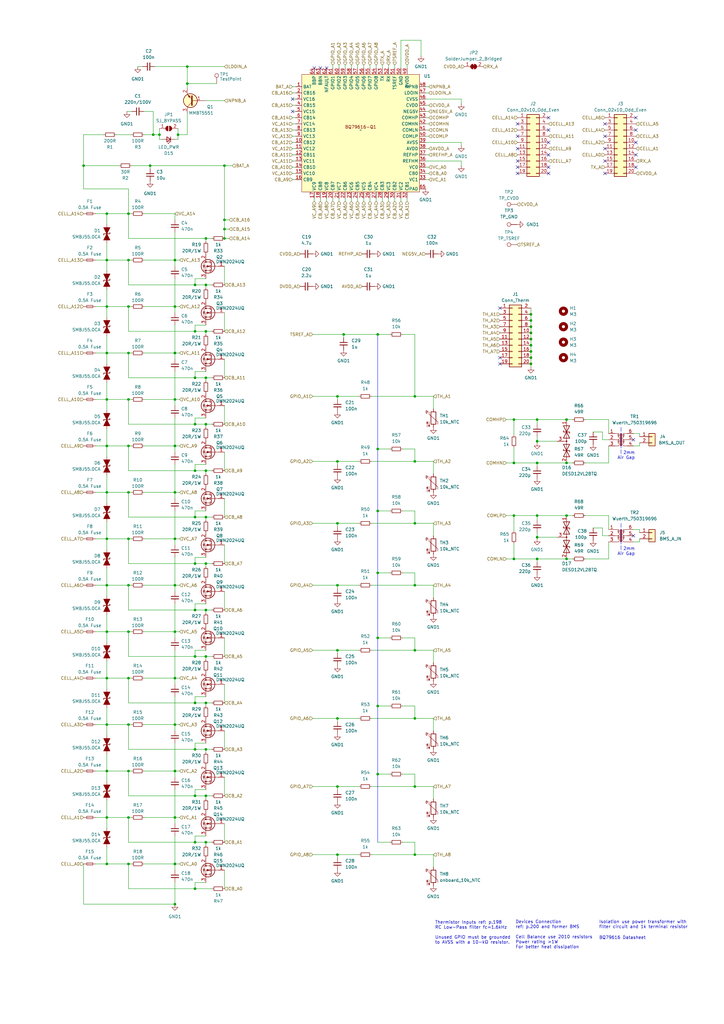
<source format=kicad_sch>
(kicad_sch (version 20230121) (generator eeschema)
  (paper "A3" portrait)
  (title_block (title "BQ79616 14Ch BMS") (date "2025-02-16") (rev "0.0.2") (company "NCKU Formula Racing Team"))
  (junction (at 92.075 93.98))
  (junction (at 232.41 211.455))
  (junction (at 43.815 125.73))
  (junction (at 217.805 133.985))
  (junction (at 138.43 240.03))
  (junction (at 52.705 125.73))
  (junction (at 52.705 335.28))
  (junction (at 232.41 229.235))
  (junction (at 138.43 189.23))
  (junction (at 220.345 189.865))
  (junction (at 210.82 211.455))
  (junction (at 80.01 116.84))
  (junction (at 52.705 354.33))
  (junction (at 140.97 137.16))
  (junction (at 220.345 172.085))
  (junction (at 62.865 55.245))
  (junction (at 43.815 87.63))
  (junction (at 80.01 250.19))
  (junction (at 80.01 231.14))
  (junction (at 84.455 154.94))
  (junction (at 52.705 163.83))
  (junction (at 84.455 307.34))
  (junction (at 71.755 354.33))
  (junction (at 170.18 162.56))
  (junction (at 71.755 220.98))
  (junction (at 138.43 294.64))
  (junction (at 80.01 154.94))
  (junction (at 71.755 182.88))
  (junction (at 43.815 201.93))
  (junction (at 220.345 180.975))
  (junction (at 71.755 144.78))
  (junction (at 232.41 172.085))
  (junction (at 71.755 201.93))
  (junction (at 220.345 220.345))
  (junction (at 43.815 335.28))
  (junction (at 43.815 163.83))
  (junction (at 80.01 307.34))
  (junction (at 84.455 135.89))
  (junction (at 92.075 67.945))
  (junction (at 210.82 189.865))
  (junction (at 217.805 144.145))
  (junction (at 84.455 193.04))
  (junction (at 232.41 189.865))
  (junction (at 210.82 172.085))
  (junction (at 84.455 212.09))
  (junction (at 217.805 146.685))
  (junction (at 217.805 131.445))
  (junction (at 80.01 288.29))
  (junction (at 220.345 211.455))
  (junction (at 65.405 55.245))
  (junction (at 43.815 240.03))
  (junction (at 154.94 317.5))
  (junction (at 71.755 259.08))
  (junction (at 80.01 269.24))
  (junction (at 217.805 136.525))
  (junction (at 43.815 220.98))
  (junction (at 84.455 250.19))
  (junction (at 170.18 266.7))
  (junction (at 76.835 34.29))
  (junction (at 84.455 326.39))
  (junction (at 217.805 128.905))
  (junction (at 92.075 97.79))
  (junction (at 154.94 289.56))
  (junction (at 220.345 229.235))
  (junction (at 71.755 297.18))
  (junction (at 217.805 139.065))
  (junction (at 138.43 322.58))
  (junction (at 210.82 229.235))
  (junction (at 170.18 189.23))
  (junction (at 43.815 106.68))
  (junction (at 71.755 106.68))
  (junction (at 80.01 364.49))
  (junction (at 138.43 162.56))
  (junction (at 154.94 261.62))
  (junction (at 71.755 125.73))
  (junction (at 73.025 55.245))
  (junction (at 61.595 67.945))
  (junction (at 80.01 212.09))
  (junction (at 84.455 269.24))
  (junction (at 43.815 297.18))
  (junction (at 170.18 214.63))
  (junction (at 71.755 240.03))
  (junction (at 52.705 182.88))
  (junction (at 84.455 97.79))
  (junction (at 52.705 240.03))
  (junction (at 43.815 259.08))
  (junction (at 170.18 240.03))
  (junction (at 34.29 67.945))
  (junction (at 43.815 354.33))
  (junction (at 43.815 278.13))
  (junction (at 52.705 297.18))
  (junction (at 154.94 209.55))
  (junction (at 52.705 316.23))
  (junction (at 71.755 163.83))
  (junction (at 84.455 288.29))
  (junction (at 52.705 278.13))
  (junction (at 138.43 266.7))
  (junction (at 80.01 135.89))
  (junction (at 217.805 149.225))
  (junction (at 84.455 345.44))
  (junction (at 138.43 350.52))
  (junction (at 71.755 370.84))
  (junction (at 43.815 316.23))
  (junction (at 80.01 326.39))
  (junction (at 84.455 173.99))
  (junction (at 80.01 345.44))
  (junction (at 43.815 144.78))
  (junction (at 52.705 220.98))
  (junction (at 71.755 335.28))
  (junction (at 217.805 141.605))
  (junction (at 170.18 294.64))
  (junction (at 52.705 201.93))
  (junction (at 84.455 116.84))
  (junction (at 80.01 173.99))
  (junction (at 92.075 90.17))
  (junction (at 71.755 278.13))
  (junction (at 170.18 322.58))
  (junction (at 52.705 87.63))
  (junction (at 43.815 182.88))
  (junction (at 52.705 144.78))
  (junction (at 84.455 231.14))
  (junction (at 80.01 193.04))
  (junction (at 154.94 234.95))
  (junction (at 71.755 316.23))
  (junction (at 52.705 106.68))
  (junction (at 76.835 27.305))
  (junction (at 154.94 184.15))
  (junction (at 138.43 214.63))
  (junction (at 170.18 350.52))
  (junction (at 154.94 137.16))
  (junction (at 52.705 259.08))
  (no_connect (at 128.905 27.94))
  (no_connect (at 120.015 45.72))
  (no_connect (at 133.985 27.94))
  (no_connect (at 212.344 68.58))
  (no_connect (at 248.158 60.96))
  (no_connect (at 259.842 180.34))
  (no_connect (at 212.344 55.88))
  (no_connect (at 225.044 58.42))
  (no_connect (at 248.158 66.04))
  (no_connect (at 212.344 60.96))
  (no_connect (at 260.858 48.26))
  (no_connect (at 260.858 68.58))
  (no_connect (at 205.105 146.685))
  (no_connect (at 225.044 63.5))
  (no_connect (at 260.858 63.5))
  (no_connect (at 225.044 71.12))
  (no_connect (at 248.158 55.88))
  (no_connect (at 260.858 58.42))
  (no_connect (at 260.858 53.34))
  (no_connect (at 225.044 68.58))
  (no_connect (at 131.445 27.94))
  (no_connect (at 248.158 50.8))
  (no_connect (at 212.344 50.8))
  (no_connect (at 212.344 66.04))
  (no_connect (at 120.015 40.64))
  (no_connect (at 248.158 71.12))
  (no_connect (at 259.842 219.71))
  (no_connect (at 205.105 149.225))
  (no_connect (at 225.044 48.26))
  (no_connect (at 205.105 126.365))
  (no_connect (at 225.044 53.34))
  (no_connect (at 212.344 71.12))
  (wire (pts (xy 39.37 201.93) (xy 43.815 201.93)))
  (wire (pts (xy 71.755 285.75) (xy 71.755 297.18)))
  (wire (pts (xy 80.01 171.45) (xy 80.01 173.99)))
  (wire (pts (xy 80.01 285.75) (xy 84.455 285.75)))
  (wire (pts (xy 71.755 259.08) (xy 71.755 261.62)))
  (wire (pts (xy 43.815 220.98) (xy 52.705 220.98)))
  (wire (pts (xy 207.645 211.455) (xy 210.82 211.455)))
  (wire (pts (xy 61.595 69.215) (xy 61.595 67.945)))
  (wire (pts (xy 71.755 247.65) (xy 71.755 259.08)))
  (wire (pts (xy 43.815 259.08) (xy 43.815 263.525)))
  (wire (pts (xy 39.37 125.73) (xy 43.815 125.73)))
  (wire (pts (xy 259.842 182.88) (xy 262.382 182.88)))
  (wire (pts (xy 43.815 201.93) (xy 52.705 201.93)))
  (wire (pts (xy 210.82 189.865) (xy 220.345 189.865)))
  (wire (pts (xy 84.455 97.79) (xy 86.995 97.79)))
  (wire (pts (xy 71.755 201.93) (xy 71.755 204.47)))
  (wire (pts (xy 80.01 171.45) (xy 84.455 171.45)))
  (wire (pts (xy 52.07 45.72) (xy 53.975 45.72)))
  (wire (pts (xy 120.015 45.72) (xy 121.285 45.72)))
  (wire (pts (xy 43.815 144.78) (xy 43.815 149.225)))
  (wire (pts (xy 84.455 250.19) (xy 86.995 250.19)))
  (wire (pts (xy 52.705 288.29) (xy 80.01 288.29)))
  (wire (pts (xy 259.842 222.25) (xy 262.382 222.25)))
  (wire (pts (xy 154.94 317.5) (xy 160.02 317.5)))
  (wire (pts (xy 84.455 251.46) (xy 84.455 250.19)))
  (wire (pts (xy 43.815 182.88) (xy 52.705 182.88)))
  (wire (pts (xy 92.075 93.98) (xy 93.98 93.98)))
  (wire (pts (xy 136.525 81.28) (xy 136.525 82.55)))
  (wire (pts (xy 71.755 57.15) (xy 73.025 57.15)))
  (wire (pts (xy 43.815 156.845) (xy 43.815 163.83)))
  (wire (pts (xy 80.01 345.44) (xy 84.455 345.44)))
  (wire (pts (xy 84.455 308.61) (xy 84.455 307.34)))
  (wire (pts (xy 240.03 172.085) (xy 249.682 172.085)))
  (wire (pts (xy 170.18 162.56) (xy 177.8 162.56)))
  (wire (pts (xy 92.075 67.945) (xy 92.075 90.17)))
  (wire (pts (xy 43.815 271.145) (xy 43.815 278.13)))
  (wire (pts (xy 59.055 335.28) (xy 71.755 335.28)))
  (wire (pts (xy 80.01 250.19) (xy 84.455 250.19)))
  (wire (pts (xy 128.27 137.16) (xy 140.97 137.16)))
  (wire (pts (xy 71.755 335.28) (xy 71.755 337.82)))
  (wire (pts (xy 262.382 217.17) (xy 262.382 218.44)))
  (wire (pts (xy 210.82 172.085) (xy 220.345 172.085)))
  (wire (pts (xy 71.755 133.35) (xy 71.755 144.78)))
  (wire (pts (xy 174.625 68.58) (xy 175.895 68.58)))
  (wire (pts (xy 71.755 106.68) (xy 73.66 106.68)))
  (wire (pts (xy 128.27 294.64) (xy 138.43 294.64)))
  (wire (pts (xy 152.4 189.23) (xy 170.18 189.23)))
  (wire (pts (xy 84.455 156.21) (xy 84.455 154.94)))
  (wire (pts (xy 164.465 16.51) (xy 172.72 16.51)))
  (wire (pts (xy 76.835 27.305) (xy 92.075 27.305)))
  (wire (pts (xy 80.01 116.84) (xy 84.455 116.84)))
  (wire (pts (xy 120.015 40.64) (xy 121.285 40.64)))
  (wire (pts (xy 220.345 179.07) (xy 220.345 180.975)))
  (wire (pts (xy 174.625 55.88) (xy 175.895 55.88)))
  (wire (pts (xy 71.755 278.13) (xy 71.755 280.67)))
  (wire (pts (xy 177.8 294.64) (xy 177.8 299.72)))
  (wire (pts (xy 220.345 218.44) (xy 220.345 220.345)))
  (wire (pts (xy 92.075 318.77) (xy 92.075 326.39)))
  (wire (pts (xy 146.685 26.67) (xy 146.685 27.94)))
  (wire (pts (xy 92.075 223.52) (xy 92.075 231.14)))
  (wire (pts (xy 43.815 290.195) (xy 43.815 297.18)))
  (wire (pts (xy 80.01 342.9) (xy 84.455 342.9)))
  (wire (pts (xy 76.835 34.29) (xy 88.9 34.29)))
  (wire (pts (xy 71.755 182.88) (xy 71.755 185.42)))
  (wire (pts (xy 174.625 35.56) (xy 175.895 35.56)))
  (wire (pts (xy 71.755 297.18) (xy 71.755 299.72)))
  (wire (pts (xy 43.815 125.73) (xy 52.705 125.73)))
  (wire (pts (xy 144.145 26.67) (xy 144.145 27.94)))
  (wire (pts (xy 92.075 242.57) (xy 92.075 250.19)))
  (wire (pts (xy 43.815 259.08) (xy 52.705 259.08)))
  (wire (pts (xy 84.455 116.84) (xy 86.995 116.84)))
  (wire (pts (xy 84.455 194.31) (xy 84.455 193.04)))
  (wire (pts (xy 92.075 90.17) (xy 92.075 93.98)))
  (wire (pts (xy 52.705 144.78) (xy 53.975 144.78)))
  (wire (pts (xy 76.835 27.305) (xy 76.835 34.29)))
  (wire (pts (xy 165.1 317.5) (xy 170.18 317.5)))
  (wire (pts (xy 43.815 240.03) (xy 52.705 240.03)))
  (wire (pts (xy 52.705 297.18) (xy 53.975 297.18)))
  (wire (pts (xy 217.805 131.445) (xy 217.805 133.985)))
  (wire (pts (xy 156.845 26.67) (xy 156.845 27.94)))
  (wire (pts (xy 59.055 354.33) (xy 71.755 354.33)))
  (wire (pts (xy 59.055 297.18) (xy 71.755 297.18)))
  (wire (pts (xy 34.29 354.33) (xy 34.29 370.84)))
  (wire (pts (xy 84.455 175.26) (xy 84.455 173.99)))
  (wire (pts (xy 71.755 240.03) (xy 73.66 240.03)))
  (wire (pts (xy 59.055 144.78) (xy 71.755 144.78)))
  (wire (pts (xy 52.705 335.28) (xy 53.975 335.28)))
  (wire (pts (xy 170.18 317.5) (xy 170.18 322.58)))
  (wire (pts (xy 43.815 309.245) (xy 43.815 316.23)))
  (wire (pts (xy 136.525 26.67) (xy 136.525 27.94)))
  (wire (pts (xy 140.97 137.16) (xy 140.97 138.43)))
  (wire (pts (xy 71.755 316.23) (xy 73.66 316.23)))
  (wire (pts (xy 80.01 228.6) (xy 84.455 228.6)))
  (wire (pts (xy 138.43 189.23) (xy 147.32 189.23)))
  (wire (pts (xy 63.5 27.305) (xy 76.835 27.305)))
  (wire (pts (xy 128.27 162.56) (xy 138.43 162.56)))
  (wire (pts (xy 43.815 194.945) (xy 43.815 201.93)))
  (wire (pts (xy 59.055 106.68) (xy 71.755 106.68)))
  (wire (pts (xy 220.345 191.135) (xy 220.345 189.865)))
  (wire (pts (xy 170.18 184.15) (xy 170.18 189.23)))
  (wire (pts (xy 52.705 231.14) (xy 52.705 220.98)))
  (wire (pts (xy 52.705 269.24) (xy 80.01 269.24)))
  (wire (pts (xy 120.015 53.34) (xy 121.285 53.34)))
  (wire (pts (xy 52.705 212.09) (xy 52.705 201.93)))
  (wire (pts (xy 167.005 26.67) (xy 167.005 27.94)))
  (wire (pts (xy 154.94 289.56) (xy 160.02 289.56)))
  (wire (pts (xy 52.705 250.19) (xy 80.01 250.19)))
  (wire (pts (xy 71.755 163.83) (xy 73.66 163.83)))
  (wire (pts (xy 52.705 364.49) (xy 52.705 354.33)))
  (wire (pts (xy 92.075 356.87) (xy 92.075 364.49)))
  (wire (pts (xy 71.755 201.93) (xy 73.66 201.93)))
  (wire (pts (xy 52.705 345.44) (xy 52.705 335.28)))
  (wire (pts (xy 52.705 250.19) (xy 52.705 240.03)))
  (wire (pts (xy 43.815 87.63) (xy 52.705 87.63)))
  (wire (pts (xy 52.705 125.73) (xy 53.975 125.73)))
  (wire (pts (xy 154.94 261.62) (xy 154.94 289.56)) (stroke (width 0) (color 0 0 255 0.98)))
  (wire (pts (xy 76.835 34.29) (xy 76.835 36.195)))
  (wire (pts (xy 71.755 228.6) (xy 71.755 240.03)))
  (wire (pts (xy 84.455 288.29) (xy 86.995 288.29)))
  (wire (pts (xy 43.815 278.13) (xy 52.705 278.13)))
  (wire (pts (xy 71.755 323.85) (xy 71.755 335.28)))
  (wire (pts (xy 144.145 81.28) (xy 144.145 82.55)))
  (wire (pts (xy 207.645 172.085) (xy 210.82 172.085)))
  (wire (pts (xy 138.43 322.58) (xy 138.43 323.85)))
  (wire (pts (xy 138.43 294.64) (xy 138.43 295.91)))
  (wire (pts (xy 84.455 137.16) (xy 84.455 135.89)))
  (wire (pts (xy 189.23 40.64) (xy 174.625 40.64)))
  (wire (pts (xy 92.075 261.62) (xy 92.075 269.24)))
  (wire (pts (xy 71.755 144.78) (xy 73.66 144.78)))
  (wire (pts (xy 177.8 322.58) (xy 177.8 327.66)))
  (wire (pts (xy 65.405 52.705) (xy 65.405 55.245)))
  (wire (pts (xy 174.625 50.8) (xy 175.895 50.8)))
  (wire (pts (xy 71.755 220.98) (xy 71.755 223.52)))
  (wire (pts (xy 138.43 240.03) (xy 138.43 241.3)))
  (wire (pts (xy 71.755 316.23) (xy 71.755 318.77)))
  (wire (pts (xy 249.682 222.25) (xy 249.682 229.235)))
  (wire (pts (xy 80.01 288.29) (xy 84.455 288.29)))
  (wire (pts (xy 120.015 50.8) (xy 121.285 50.8)))
  (wire (pts (xy 189.23 40.64) (xy 189.23 42.545)))
  (wire (pts (xy 52.705 364.49) (xy 80.01 364.49)))
  (wire (pts (xy 177.8 350.52) (xy 177.8 355.6)))
  (wire (pts (xy 59.055 316.23) (xy 71.755 316.23)))
  (wire (pts (xy 80.01 361.95) (xy 80.01 364.49)))
  (wire (pts (xy 73.025 57.15) (xy 73.025 55.245)))
  (wire (pts (xy 232.41 211.455) (xy 234.95 211.455)))
  (wire (pts (xy 207.772 189.865) (xy 210.82 189.865)))
  (wire (pts (xy 138.43 266.7) (xy 138.43 267.97)))
  (wire (pts (xy 220.345 180.975) (xy 220.345 181.61)))
  (wire (pts (xy 43.815 99.695) (xy 43.815 106.68)))
  (wire (pts (xy 84.455 326.39) (xy 86.995 326.39)))
  (wire (pts (xy 39.37 335.28) (xy 43.815 335.28)))
  (wire (pts (xy 52.705 288.29) (xy 52.705 278.13)))
  (wire (pts (xy 128.27 240.03) (xy 138.43 240.03)))
  (wire (pts (xy 43.815 175.895) (xy 43.815 182.88)))
  (wire (pts (xy 170.18 294.64) (xy 177.8 294.64)))
  (wire (pts (xy 217.805 133.985) (xy 217.805 136.525)))
  (wire (pts (xy 210.82 172.085) (xy 210.82 178.435)))
  (wire (pts (xy 138.43 189.23) (xy 138.43 190.5)))
  (wire (pts (xy 92.075 147.32) (xy 92.075 154.94)))
  (wire (pts (xy 170.18 345.44) (xy 170.18 350.52)))
  (wire (pts (xy 84.455 232.41) (xy 84.455 231.14)))
  (wire (pts (xy 175.895 43.18) (xy 174.625 43.18)))
  (wire (pts (xy 159.385 26.67) (xy 159.385 27.94)))
  (wire (pts (xy 128.27 266.7) (xy 138.43 266.7)))
  (wire (pts (xy 154.94 345.44) (xy 160.02 345.44)))
  (wire (pts (xy 80.01 135.89) (xy 84.455 135.89)))
  (wire (pts (xy 52.705 259.08) (xy 53.975 259.08)))
  (wire (pts (xy 174.625 48.26) (xy 175.895 48.26)))
  (wire (pts (xy 43.815 87.63) (xy 43.815 92.075)))
  (wire (pts (xy 164.465 16.51) (xy 164.465 27.94)))
  (wire (pts (xy 84.455 307.34) (xy 86.995 307.34)))
  (wire (pts (xy 84.455 212.09) (xy 86.995 212.09)))
  (wire (pts (xy 120.015 66.04) (xy 121.285 66.04)))
  (wire (pts (xy 154.94 184.15) (xy 154.94 209.55)) (stroke (width 0) (color 0 0 255 0.98)))
  (wire (pts (xy 53.975 67.945) (xy 61.595 67.945)))
  (wire (pts (xy 133.985 81.28) (xy 133.985 82.55)))
  (wire (pts (xy 249.682 180.34) (xy 247.142 180.34)))
  (polyline (pts (xy 254.762 214.63) (xy 254.762 225.425)) (stroke (width 0) (type dash)))
  (wire (pts (xy 170.18 137.16) (xy 170.18 162.56)))
  (wire (pts (xy 165.1 137.16) (xy 170.18 137.16)))
  (wire (pts (xy 152.4 322.58) (xy 170.18 322.58)))
  (wire (pts (xy 43.815 354.33) (xy 52.705 354.33)))
  (wire (pts (xy 152.4 294.64) (xy 170.18 294.64)))
  (wire (pts (xy 43.815 252.095) (xy 43.815 259.08)))
  (wire (pts (xy 170.18 350.52) (xy 177.8 350.52)))
  (wire (pts (xy 80.01 361.95) (xy 84.455 361.95)))
  (wire (pts (xy 34.29 55.245) (xy 34.29 67.945)))
  (wire (pts (xy 161.925 81.28) (xy 161.925 82.55)))
  (wire (pts (xy 52.705 193.04) (xy 80.01 193.04)))
  (wire (pts (xy 154.94 137.16) (xy 160.02 137.16)))
  (wire (pts (xy 92.075 185.42) (xy 92.075 193.04)))
  (wire (pts (xy 43.815 297.18) (xy 52.705 297.18)))
  (wire (pts (xy 138.43 214.63) (xy 147.32 214.63)))
  (wire (pts (xy 170.18 234.95) (xy 170.18 240.03)))
  (wire (pts (xy 80.01 247.65) (xy 84.455 247.65)))
  (wire (pts (xy 39.37 297.18) (xy 43.815 297.18)))
  (wire (pts (xy 43.815 182.88) (xy 43.815 187.325)))
  (wire (pts (xy 92.075 337.82) (xy 92.075 345.44)))
  (wire (pts (xy 139.065 81.28) (xy 139.065 82.55)))
  (wire (pts (xy 39.37 182.88) (xy 43.815 182.88)))
  (wire (pts (xy 228.6 220.345) (xy 220.345 220.345)))
  (wire (pts (xy 140.97 137.16) (xy 154.94 137.16)))
  (wire (pts (xy 58.42 27.305) (xy 56.515 27.305)))
  (wire (pts (xy 152.4 162.56) (xy 170.18 162.56)))
  (wire (pts (xy 154.94 234.95) (xy 160.02 234.95)))
  (wire (pts (xy 232.41 189.865) (xy 234.95 189.865)))
  (wire (pts (xy 71.755 152.4) (xy 71.755 163.83)))
  (wire (pts (xy 232.41 172.085) (xy 234.95 172.085)))
  (wire (pts (xy 92.075 166.37) (xy 92.075 173.99)))
  (wire (pts (xy 217.805 139.065) (xy 217.805 141.605)))
  (wire (pts (xy 165.1 234.95) (xy 170.18 234.95)))
  (wire (pts (xy 220.345 230.505) (xy 220.345 229.235)))
  (wire (pts (xy 80.01 228.6) (xy 80.01 231.14)))
  (wire (pts (xy 210.82 229.235) (xy 220.345 229.235)))
  (wire (pts (xy 165.1 261.62) (xy 170.18 261.62)))
  (wire (pts (xy 138.43 162.56) (xy 138.43 163.83)))
  (wire (pts (xy 177.8 214.63) (xy 177.8 219.71)))
  (wire (pts (xy 247.142 219.71) (xy 247.142 216.535)))
  (wire (pts (xy 217.805 126.365) (xy 217.805 128.905)))
  (wire (pts (xy 170.18 289.56) (xy 170.18 294.64)))
  (wire (pts (xy 43.815 125.73) (xy 43.815 130.175)))
  (wire (pts (xy 80.01 193.04) (xy 84.455 193.04)))
  (wire (pts (xy 52.705 220.98) (xy 53.975 220.98)))
  (wire (pts (xy 92.075 280.67) (xy 92.075 288.29)))
  (wire (pts (xy 80.01 266.7) (xy 84.455 266.7)))
  (wire (pts (xy 52.705 316.23) (xy 53.975 316.23)))
  (wire (pts (xy 249.682 211.455) (xy 249.682 217.17)))
  (wire (pts (xy 52.705 278.13) (xy 53.975 278.13)))
  (wire (pts (xy 80.01 152.4) (xy 80.01 154.94)))
  (wire (pts (xy 80.01 307.34) (xy 84.455 307.34)))
  (wire (pts (xy 80.01 190.5) (xy 80.01 193.04)))
  (wire (pts (xy 120.015 60.96) (xy 121.285 60.96)))
  (wire (pts (xy 52.705 212.09) (xy 80.01 212.09)))
  (wire (pts (xy 154.94 184.15) (xy 160.02 184.15)))
  (wire (pts (xy 152.4 350.52) (xy 170.18 350.52)))
  (wire (pts (xy 151.765 81.28) (xy 151.765 82.55)))
  (wire (pts (xy 177.8 162.56) (xy 177.8 167.64)))
  (wire (pts (xy 175.895 45.72) (xy 174.625 45.72)))
  (wire (pts (xy 34.29 77.47) (xy 52.705 77.47)))
  (wire (pts (xy 59.055 125.73) (xy 71.755 125.73)))
  (wire (pts (xy 80.01 152.4) (xy 84.455 152.4)))
  (wire (pts (xy 189.23 66.04) (xy 189.23 67.945)))
  (wire (pts (xy 71.755 182.88) (xy 73.66 182.88)))
  (wire (pts (xy 80.01 212.09) (xy 84.455 212.09)))
  (wire (pts (xy 43.815 163.83) (xy 52.705 163.83)))
  (wire (pts (xy 80.01 190.5) (xy 84.455 190.5)))
  (wire (pts (xy 146.685 81.28) (xy 146.685 82.55)))
  (wire (pts (xy 220.345 172.085) (xy 232.41 172.085)))
  (wire (pts (xy 174.625 53.34) (xy 175.895 53.34)))
  (wire (pts (xy 92.075 204.47) (xy 92.075 212.09)))
  (wire (pts (xy 52.705 354.33) (xy 53.975 354.33)))
  (wire (pts (xy 43.815 240.03) (xy 43.815 244.475)))
  (wire (pts (xy 59.055 278.13) (xy 71.755 278.13)))
  (wire (pts (xy 59.055 182.88) (xy 71.755 182.88)))
  (wire (pts (xy 120.015 35.56) (xy 121.285 35.56)))
  (wire (pts (xy 84.455 99.06) (xy 84.455 97.79)))
  (wire (pts (xy 240.03 211.455) (xy 249.682 211.455)))
  (wire (pts (xy 66.675 57.15) (xy 65.405 57.15)))
  (wire (pts (xy 52.705 97.79) (xy 52.705 87.63)))
  (wire (pts (xy 43.815 137.795) (xy 43.815 144.78)))
  (wire (pts (xy 43.815 163.83) (xy 43.815 168.275)))
  (wire (pts (xy 71.755 266.7) (xy 71.755 278.13)))
  (wire (pts (xy 128.27 214.63) (xy 138.43 214.63)))
  (wire (pts (xy 43.815 335.28) (xy 43.815 339.725)))
  (wire (pts (xy 138.43 350.52) (xy 138.43 351.79)))
  (wire (pts (xy 59.055 55.245) (xy 62.865 55.245)))
  (wire (pts (xy 247.142 216.535) (xy 243.332 216.535)))
  (wire (pts (xy 92.075 109.22) (xy 92.075 116.84)))
  (wire (pts (xy 247.142 177.165) (xy 243.332 177.165)))
  (wire (pts (xy 92.075 93.98) (xy 92.075 97.79)))
  (wire (pts (xy 152.4 214.63) (xy 170.18 214.63)))
  (wire (pts (xy 165.1 345.44) (xy 170.18 345.44)))
  (wire (pts (xy 76.835 55.245) (xy 76.835 46.355)))
  (polyline (pts (xy 254.762 175.26) (xy 254.762 186.055)) (stroke (width 0) (type dash)))
  (wire (pts (xy 167.005 81.28) (xy 167.005 82.55)))
  (wire (pts (xy 177.8 240.03) (xy 177.8 245.11)))
  (wire (pts (xy 220.345 213.36) (xy 220.345 211.455)))
  (wire (pts (xy 165.1 184.15) (xy 170.18 184.15)))
  (wire (pts (xy 80.01 326.39) (xy 84.455 326.39)))
  (wire (pts (xy 39.37 163.83) (xy 43.815 163.83)))
  (wire (pts (xy 34.29 67.945) (xy 34.29 77.47)))
  (wire (pts (xy 43.815 316.23) (xy 43.815 320.675)))
  (wire (pts (xy 43.815 328.295) (xy 43.815 335.28)))
  (wire (pts (xy 43.815 118.745) (xy 43.815 125.73)))
  (wire (pts (xy 80.01 209.55) (xy 84.455 209.55)))
  (wire (pts (xy 71.755 304.8) (xy 71.755 316.23)))
  (wire (pts (xy 154.94 289.56) (xy 154.94 317.5)) (stroke (width 0) (color 0 0 255 0.98)))
  (wire (pts (xy 52.705 135.89) (xy 80.01 135.89)))
  (wire (pts (xy 52.705 307.34) (xy 52.705 297.18)))
  (wire (pts (xy 161.925 26.67) (xy 161.925 27.94)))
  (wire (pts (xy 249.682 229.235) (xy 240.03 229.235)))
  (wire (pts (xy 220.345 220.345) (xy 220.345 220.98)))
  (wire (pts (xy 52.705 154.94) (xy 80.01 154.94)))
  (wire (pts (xy 71.755 114.3) (xy 71.755 125.73)))
  (wire (pts (xy 39.37 106.68) (xy 43.815 106.68)))
  (wire (pts (xy 52.705 87.63) (xy 53.975 87.63)))
  (wire (pts (xy 80.01 247.65) (xy 80.01 250.19)))
  (wire (pts (xy 141.605 81.28) (xy 141.605 82.55)))
  (wire (pts (xy 249.682 182.88) (xy 249.682 189.865)))
  (wire (pts (xy 174.625 63.5) (xy 175.895 63.5)))
  (wire (pts (xy 174.625 71.12) (xy 175.895 71.12)))
  (wire (pts (xy 71.755 144.78) (xy 71.755 147.32)))
  (wire (pts (xy 43.815 220.98) (xy 43.815 225.425)))
  (wire (pts (xy 80.01 154.94) (xy 84.455 154.94)))
  (wire (pts (xy 92.075 299.72) (xy 92.075 307.34)))
  (wire (pts (xy 120.015 68.58) (xy 121.285 68.58)))
  (wire (pts (xy 84.455 289.56) (xy 84.455 288.29)))
  (wire (pts (xy 152.4 240.03) (xy 170.18 240.03)))
  (wire (pts (xy 165.1 209.55) (xy 170.18 209.55)))
  (wire (pts (xy 165.1 289.56) (xy 170.18 289.56)))
  (wire (pts (xy 84.455 41.275) (xy 92.075 41.275)))
  (wire (pts (xy 138.43 214.63) (xy 138.43 215.9)))
  (wire (pts (xy 156.845 81.28) (xy 156.845 82.55)))
  (wire (pts (xy 43.815 233.045) (xy 43.815 240.03)))
  (wire (pts (xy 59.055 240.03) (xy 71.755 240.03)))
  (wire (pts (xy 189.23 58.42) (xy 189.23 59.69)))
  (wire (pts (xy 80.01 266.7) (xy 80.01 269.24)))
  (wire (pts (xy 120.015 48.26) (xy 121.285 48.26)))
  (wire (pts (xy 232.41 229.235) (xy 234.95 229.235)))
  (wire (pts (xy 80.01 133.35) (xy 84.455 133.35)))
  (wire (pts (xy 84.455 154.94) (xy 86.995 154.94)))
  (wire (pts (xy 39.37 316.23) (xy 43.815 316.23)))
  (wire (pts (xy 84.455 327.66) (xy 84.455 326.39)))
  (wire (pts (xy 71.755 259.08) (xy 73.66 259.08)))
  (wire (pts (xy 52.705 326.39) (xy 52.705 316.23)))
  (wire (pts (xy 141.605 26.67) (xy 141.605 27.94)))
  (wire (pts (xy 71.755 297.18) (xy 73.66 297.18)))
  (wire (pts (xy 128.27 350.52) (xy 138.43 350.52)))
  (wire (pts (xy 220.345 189.865) (xy 232.41 189.865)))
  (wire (pts (xy 71.755 90.17) (xy 71.755 87.63)))
  (wire (pts (xy 120.015 58.42) (xy 121.285 58.42)))
  (wire (pts (xy 43.815 106.68) (xy 52.705 106.68)))
  (wire (pts (xy 43.815 213.995) (xy 43.815 220.98)))
  (wire (pts (xy 84.455 269.24) (xy 86.995 269.24)))
  (wire (pts (xy 92.075 128.27) (xy 92.075 135.89)))
  (wire (pts (xy 80.01 173.99) (xy 84.455 173.99)))
  (wire (pts (xy 52.705 182.88) (xy 53.975 182.88)))
  (wire (pts (xy 34.29 55.245) (xy 42.545 55.245)))
  (wire (pts (xy 43.815 106.68) (xy 43.815 111.125)))
  (wire (pts (xy 80.01 285.75) (xy 80.01 288.29)))
  (wire (pts (xy 210.82 222.885) (xy 210.82 229.235)))
  (wire (pts (xy 59.055 163.83) (xy 71.755 163.83)))
  (wire (pts (xy 210.82 183.515) (xy 210.82 189.865)))
  (wire (pts (xy 138.43 350.52) (xy 147.32 350.52)))
  (wire (pts (xy 154.94 261.62) (xy 160.02 261.62)))
  (wire (pts (xy 62.865 45.72) (xy 62.865 55.245)))
  (wire (pts (xy 120.015 63.5) (xy 121.285 63.5)))
  (wire (pts (xy 80.01 133.35) (xy 80.01 135.89)))
  (wire (pts (xy 61.595 67.945) (xy 92.075 67.945)))
  (wire (pts (xy 52.705 269.24) (xy 52.705 259.08)))
  (wire (pts (xy 39.37 259.08) (xy 43.815 259.08)))
  (wire (pts (xy 71.755 209.55) (xy 71.755 220.98)))
  (wire (pts (xy 149.225 26.67) (xy 149.225 27.94)))
  (wire (pts (xy 170.18 322.58) (xy 177.8 322.58)))
  (wire (pts (xy 39.37 240.03) (xy 43.815 240.03)))
  (wire (pts (xy 207.772 229.235) (xy 210.82 229.235)))
  (wire (pts (xy 210.82 211.455) (xy 220.345 211.455)))
  (wire (pts (xy 71.755 106.68) (xy 71.755 109.22)))
  (wire (pts (xy 39.37 354.33) (xy 43.815 354.33)))
  (wire (pts (xy 71.755 354.33) (xy 73.66 354.33)))
  (wire (pts (xy 43.815 278.13) (xy 43.815 282.575)))
  (wire (pts (xy 52.705 345.44) (xy 80.01 345.44)))
  (wire (pts (xy 52.705 106.68) (xy 53.975 106.68)))
  (wire (pts (xy 80.01 364.49) (xy 86.995 364.49)))
  (wire (pts (xy 52.705 240.03) (xy 53.975 240.03)))
  (wire (pts (xy 39.37 87.63) (xy 43.815 87.63)))
  (wire (pts (xy 170.18 209.55) (xy 170.18 214.63)))
  (wire (pts (xy 47.625 55.245) (xy 53.975 55.245)))
  (wire (pts (xy 210.82 211.455) (xy 210.82 217.805)))
  (wire (pts (xy 262.382 181.61) (xy 262.382 182.88)))
  (wire (pts (xy 84.455 231.14) (xy 86.995 231.14)))
  (wire (pts (xy 217.805 146.685) (xy 217.805 149.225)))
  (wire (pts (xy 65.405 57.15) (xy 65.405 55.245)))
  (wire (pts (xy 170.18 266.7) (xy 177.8 266.7)))
  (wire (pts (xy 154.94 137.16) (xy 154.94 184.15)) (stroke (width 0) (color 0 0 255 0.98)))
  (wire (pts (xy 220.345 229.235) (xy 232.41 229.235)))
  (wire (pts (xy 71.755 361.95) (xy 71.755 370.84)))
  (wire (pts (xy 52.705 135.89) (xy 52.705 125.73)))
  (wire (pts (xy 172.72 16.51) (xy 172.72 22.86)))
  (wire (pts (xy 174.625 58.42) (xy 189.23 58.42)))
  (wire (pts (xy 139.065 26.67) (xy 139.065 27.94)))
  (wire (pts (xy 84.455 345.44) (xy 86.995 345.44)))
  (wire (pts (xy 120.015 73.66) (xy 121.285 73.66)))
  (wire (pts (xy 170.18 214.63) (xy 177.8 214.63)))
  (wire (pts (xy 52.705 77.47) (xy 52.705 87.63)))
  (wire (pts (xy 73.025 55.245) (xy 73.025 52.705)))
  (wire (pts (xy 217.805 128.905) (xy 217.805 131.445)))
  (wire (pts (xy 59.055 259.08) (xy 71.755 259.08)))
  (wire (pts (xy 71.755 190.5) (xy 71.755 201.93)))
  (wire (pts (xy 120.015 55.88) (xy 121.285 55.88)))
  (wire (pts (xy 71.755 335.28) (xy 73.66 335.28)))
  (wire (pts (xy 34.29 370.84) (xy 71.755 370.84)))
  (wire (pts (xy 43.815 297.18) (xy 43.815 301.625)))
  (wire (pts (xy 217.805 149.225) (xy 217.805 150.495)))
  (wire (pts (xy 120.015 38.1) (xy 121.285 38.1)))
  (wire (pts (xy 52.705 97.79) (xy 84.455 97.79)))
  (wire (pts (xy 154.94 234.95) (xy 154.94 261.62)) (stroke (width 0) (color 0 0 255 0.98)))
  (wire (pts (xy 149.225 81.28) (xy 149.225 82.55)))
  (wire (pts (xy 52.705 201.93) (xy 53.975 201.93)))
  (wire (pts (xy 228.6 180.975) (xy 220.345 180.975)))
  (wire (pts (xy 80.01 209.55) (xy 80.01 212.09)))
  (wire (pts (xy 138.43 294.64) (xy 147.32 294.64)))
  (wire (pts (xy 71.755 220.98) (xy 73.66 220.98)))
  (wire (pts (xy 71.755 278.13) (xy 73.66 278.13)))
  (wire (pts (xy 84.455 270.51) (xy 84.455 269.24)))
  (wire (pts (xy 59.055 45.72) (xy 62.865 45.72)))
  (wire (pts (xy 52.705 193.04) (xy 52.705 182.88)))
  (wire (pts (xy 39.37 144.78) (xy 43.815 144.78)))
  (wire (pts (xy 175.895 60.96) (xy 174.625 60.96)))
  (wire (pts (xy 80.01 114.3) (xy 80.01 116.84)))
  (wire (pts (xy 249.682 172.085) (xy 249.682 177.8)))
  (wire (pts (xy 84.455 118.11) (xy 84.455 116.84)))
  (wire (pts (xy 120.015 71.12) (xy 121.285 71.12)))
  (wire (pts (xy 84.455 213.36) (xy 84.455 212.09)))
  (wire (pts (xy 80.01 231.14) (xy 84.455 231.14)))
  (wire (pts (xy 84.455 173.99) (xy 86.995 173.99)))
  (wire (pts (xy 52.705 116.84) (xy 80.01 116.84)))
  (wire (pts (xy 80.01 323.85) (xy 80.01 326.39)))
  (wire (pts (xy 170.18 189.23) (xy 177.8 189.23)))
  (wire (pts (xy 65.405 55.245) (xy 62.865 55.245)))
  (wire (pts (xy 84.455 193.04) (xy 86.995 193.04)))
  (wire (pts (xy 128.27 322.58) (xy 138.43 322.58)))
  (wire (pts (xy 138.43 162.56) (xy 147.32 162.56)))
  (wire (pts (xy 170.18 261.62) (xy 170.18 266.7)))
  (wire (pts (xy 152.4 266.7) (xy 170.18 266.7)))
  (wire (pts (xy 217.805 136.525) (xy 217.805 139.065)))
  (wire (pts (xy 131.445 81.28) (xy 131.445 82.55)))
  (wire (pts (xy 154.305 26.67) (xy 154.305 27.94)))
  (wire (pts (xy 164.465 81.28) (xy 164.465 82.55)))
  (wire (pts (xy 80.01 114.3) (xy 84.455 114.3)))
  (wire (pts (xy 217.805 141.605) (xy 217.805 144.145)))
  (wire (pts (xy 170.18 240.03) (xy 177.8 240.03)))
  (wire (pts (xy 259.842 177.8) (xy 262.382 177.8)))
  (wire (pts (xy 80.01 304.8) (xy 84.455 304.8)))
  (wire (pts (xy 59.055 220.98) (xy 71.755 220.98)))
  (wire (pts (xy 138.43 322.58) (xy 147.32 322.58)))
  (wire (pts (xy 84.455 135.89) (xy 86.995 135.89)))
  (wire (pts (xy 71.755 171.45) (xy 71.755 182.88)))
  (wire (pts (xy 39.37 220.98) (xy 43.815 220.98)))
  (wire (pts (xy 177.8 189.23) (xy 177.8 194.31)))
  (wire (pts (xy 43.815 201.93) (xy 43.815 206.375)))
  (wire (pts (xy 52.705 173.99) (xy 52.705 163.83)))
  (wire (pts (xy 80.01 304.8) (xy 80.01 307.34)))
  (wire (pts (xy 52.705 173.99) (xy 80.01 173.99)))
  (wire (pts (xy 154.94 209.55) (xy 154.94 234.95)) (stroke (width 0) (color 0 0 255 0.98)))
  (wire (pts (xy 249.682 189.865) (xy 240.03 189.865)))
  (wire (pts (xy 52.705 154.94) (xy 52.705 144.78)))
  (wire (pts (xy 128.27 189.23) (xy 138.43 189.23)))
  (wire (pts (xy 262.382 177.8) (xy 262.382 179.07)))
  (wire (pts (xy 128.905 81.28) (xy 128.905 82.55)))
  (wire (pts (xy 92.075 67.945) (xy 95.25 67.945)))
  (wire (pts (xy 92.075 97.79) (xy 93.98 97.79)))
  (wire (pts (xy 52.705 326.39) (xy 80.01 326.39)))
  (wire (pts (xy 154.94 209.55) (xy 160.02 209.55)))
  (wire (pts (xy 120.015 43.18) (xy 121.285 43.18)))
  (wire (pts (xy 151.765 26.67) (xy 151.765 27.94)))
  (wire (pts (xy 43.815 316.23) (xy 52.705 316.23)))
  (wire (pts (xy 71.755 354.33) (xy 71.755 356.87)))
  (wire (pts (xy 39.37 278.13) (xy 43.815 278.13)))
  (wire (pts (xy 73.025 55.245) (xy 76.835 55.245)))
  (wire (pts (xy 138.43 266.7) (xy 147.32 266.7)))
  (wire (pts (xy 80.01 342.9) (xy 80.01 345.44)))
  (wire (pts (xy 262.382 220.98) (xy 262.382 222.25)))
  (wire (pts (xy 52.705 307.34) (xy 80.01 307.34)))
  (wire (pts (xy 259.842 217.17) (xy 262.382 217.17)))
  (wire (pts (xy 138.43 240.03) (xy 147.32 240.03)))
  (wire (pts (xy 249.682 219.71) (xy 247.142 219.71)))
  (wire (pts (xy 43.815 144.78) (xy 52.705 144.78)))
  (wire (pts (xy 52.705 231.14) (xy 80.01 231.14)))
  (wire (pts (xy 84.455 346.71) (xy 84.455 345.44)))
  (wire (pts (xy 174.625 38.1) (xy 175.895 38.1)))
  (wire (pts (xy 34.29 67.945) (xy 48.895 67.945)))
  (wire (pts (xy 80.01 323.85) (xy 84.455 323.85)))
  (wire (pts (xy 174.625 66.04) (xy 189.23 66.04)))
  (wire (pts (xy 80.01 269.24) (xy 84.455 269.24)))
  (wire (pts (xy 71.755 95.25) (xy 71.755 106.68)))
  (wire (pts (xy 52.705 116.84) (xy 52.705 106.68)))
  (wire (pts (xy 217.805 144.145) (xy 217.805 146.685)))
  (wire (pts (xy 71.755 125.73) (xy 71.755 128.27)))
  (wire (pts (xy 154.94 317.5) (xy 154.94 345.44)) (stroke (width 0) (color 0 0 255 0.98)))
  (wire (pts (xy 59.055 87.63) (xy 71.755 87.63)))
  (wire (pts (xy 43.815 335.28) (xy 52.705 335.28)))
  (wire (pts (xy 52.705 163.83) (xy 53.975 163.83)))
  (wire (pts (xy 71.755 125.73) (xy 73.66 125.73)))
  (wire (pts (xy 92.075 90.17) (xy 93.98 90.17)))
  (wire (pts (xy 71.755 240.03) (xy 71.755 242.57)))
  (wire (pts (xy 154.305 81.28) (xy 154.305 82.55)))
  (wire (pts (xy 174.625 73.66) (xy 175.895 73.66)))
  (wire (pts (xy 159.385 81.28) (xy 159.385 82.55)))
  (wire (pts (xy 220.345 173.99) (xy 220.345 172.085)))
  (wire (pts (xy 177.8 266.7) (xy 177.8 271.78)))
  (wire (pts (xy 43.815 347.345) (xy 43.815 354.33)))
  (wire (pts (xy 71.755 342.9) (xy 71.755 354.33)))
  (wire (pts (xy 247.142 180.34) (xy 247.142 177.165)))
  (wire (pts (xy 59.055 201.93) (xy 71.755 201.93)))
  (wire (pts (xy 71.755 163.83) (xy 71.755 166.37)))
  (wire (pts (xy 220.345 211.455) (xy 232.41 211.455)))
  (text "BQ79616 Datasheet" (at 245.745 385.445 0) (effects (font (size 1.27 1.27)) (justify left bottom)))
  (text "Devices Connection\nref: p.200 and former BMS" (at 211.455 381 0) (effects (font (size 1.27 1.27)) (justify left bottom)))
  (text "2mm\nAir Gap" (at 260.477 188.595 0) (effects (font (size 1.27 1.27)) (justify right bottom)))
  (text "Thermistor Inputs ref: p.198\nRC Low-Pass filter fc=1.6kHz\n \nUnused GPIO must be grounded\nto AVSS with a 10-kΩ resistor." (at 178.435 387.35 0) (effects (font (size 1.27 1.27)) (justify left bottom)))
  (text "Isolation use power transformer with\nfilter circuit and 1k terminal resistor\n" (at 245.745 381 0) (effects (font (size 1.27 1.27)) (justify left bottom)))
  (text "2mm\nAir Gap" (at 260.477 227.965 0) (effects (font (size 1.27 1.27)) (justify right bottom)))
  (text "Cell Balance use 2010 resistors\nPower rating >1W\nFor better heat dissipation\n" (at 211.455 389.255 0) (effects (font (size 1.27 1.27)) (justify left bottom)))
  (hierarchical_label "CB_A2" (shape input) (at 161.925 82.55 270))
  (hierarchical_label "NEG5V_A" (shape input) (at 174.625 104.14 180))
  (hierarchical_label "GPIO_A5" (shape input) (at 146.685 26.67 90))
  (hierarchical_label "VC_A10" (shape input) (at 73.66 163.83 0))
  (hierarchical_label "NPNB_A" (shape input) (at 175.895 35.56 0))
  (hierarchical_label "CVDD_A" (shape input) (at 212.09 83.82 0))
  (hierarchical_label "CELL_A10" (shape input) (at 212.344 58.42 180))
  (hierarchical_label "LDOIN_A" (shape input) (at 175.895 38.1 0))
  (hierarchical_label "VC_A14" (shape input) (at 120.015 50.8 180))
  (hierarchical_label "GPIO_A6" (shape input) (at 149.225 26.67 90))
  (hierarchical_label "TH_A5" (shape input) (at 205.105 139.065 180))
  (hierarchical_label "VC_A14" (shape input) (at 71.755 87.63 0))
  (hierarchical_label "VC_A12" (shape input) (at 73.66 125.73 0))
  (hierarchical_label "GPIO_A6" (shape input) (at 128.27 294.64 180))
  (hierarchical_label "CELL_A14" (shape input) (at 34.29 87.63 180))
  (hierarchical_label "CB_A4" (shape input) (at 151.765 82.55 270))
  (hierarchical_label "CELL_A7" (shape input) (at 34.29 220.98 180))
  (hierarchical_label "CELL_A11" (shape input) (at 34.29 144.78 180))
  (hierarchical_label "GPIO_A8" (shape input) (at 128.27 350.52 180))
  (hierarchical_label "CELL_A7" (shape input) (at 225.044 66.04 0))
  (hierarchical_label "BAT_A" (shape input) (at 95.25 67.945 0))
  (hierarchical_label "CELL_A4" (shape input) (at 34.29 278.13 180))
  (hierarchical_label "TH_A4" (shape input) (at 205.105 136.525 180))
  (hierarchical_label "CB_A15" (shape input) (at 93.98 93.98 0))
  (hierarchical_label "TSREF_A" (shape input) (at 161.925 26.67 90))
  (hierarchical_label "TH_A7" (shape input) (at 177.8 322.58 0))
  (hierarchical_label "TSREF_A" (shape input) (at 128.27 137.16 180))
  (hierarchical_label "TH_A5" (shape input) (at 177.8 266.7 0))
  (hierarchical_label "COMLP" (shape input) (at 175.895 55.88 0))
  (hierarchical_label "CELL_A5" (shape input) (at 260.858 50.8 0))
  (hierarchical_label "AVDD_A" (shape input) (at 175.895 60.96 0))
  (hierarchical_label "GPIO_A7" (shape input) (at 128.27 322.58 180))
  (hierarchical_label "CELL_A9" (shape input) (at 225.044 60.96 0))
  (hierarchical_label "CB_A6" (shape input) (at 141.605 82.55 270))
  (hierarchical_label "CVDD_A" (shape input) (at 190.5 27.305 180))
  (hierarchical_label "CB_A0" (shape input) (at 175.895 71.12 0))
  (hierarchical_label "CB_A5" (shape input) (at 146.685 82.55 270))
  (hierarchical_label "VC_A9" (shape input) (at 128.905 82.55 270))
  (hierarchical_label "CELL_A0" (shape input) (at 34.29 354.33 180))
  (hierarchical_label "TH_A3" (shape input) (at 205.105 133.985 180))
  (hierarchical_label "GPIO_A4" (shape input) (at 144.145 26.67 90))
  (hierarchical_label "RX_A" (shape input) (at 159.385 26.67 90))
  (hierarchical_label "CELL_A6" (shape input) (at 248.158 48.26 180))
  (hierarchical_label "CELL_A1" (shape input) (at 34.29 335.28 180))
  (hierarchical_label "VC_A2" (shape input) (at 73.66 316.23 0))
  (hierarchical_label "CELL_A11" (shape input) (at 225.044 55.88 0))
  (hierarchical_label "CB_A16" (shape input) (at 120.015 38.1 180))
  (hierarchical_label "VC_A9" (shape input) (at 73.66 182.88 0))
  (hierarchical_label "VC_A2" (shape input) (at 164.465 82.55 270))
  (hierarchical_label "VC_A1" (shape input) (at 175.895 73.66 0))
  (hierarchical_label "CB_A15" (shape input) (at 120.015 43.18 180))
  (hierarchical_label "CB_A10" (shape input) (at 120.015 68.58 180))
  (hierarchical_label "CELL_A8" (shape input) (at 34.29 201.93 180))
  (hierarchical_label "CB_A7" (shape input) (at 136.525 82.55 270))
  (hierarchical_label "DVDD_A" (shape input) (at 167.005 26.67 90))
  (hierarchical_label "COMHP" (shape input) (at 175.895 48.26 0))
  (hierarchical_label "VC_A1" (shape input) (at 73.66 335.28 0))
  (hierarchical_label "TX_A" (shape input) (at 248.158 68.58 180))
  (hierarchical_label "CB_A12" (shape input) (at 120.015 58.42 180))
  (hierarchical_label "NEG5V_A" (shape input) (at 175.895 45.72 0))
  (hierarchical_label "GPIO_A2" (shape input) (at 128.27 189.23 180))
  (hierarchical_label "TH_A7" (shape input) (at 205.105 144.145 180))
  (hierarchical_label "TH_A2" (shape input) (at 205.105 131.445 180))
  (hierarchical_label "TH_A2" (shape input) (at 177.8 189.23 0))
  (hierarchical_label "TSREF_A" (shape input) (at 212.09 100.33 0))
  (hierarchical_label "CB_A11" (shape input) (at 92.075 154.94 0))
  (hierarchical_label "REFHP_A" (shape input) (at 148.59 104.14 180))
  (hierarchical_label "VC_A6" (shape input) (at 144.145 82.55 270))
  (hierarchical_label "VC_A3" (shape input) (at 159.385 82.55 270))
  (hierarchical_label "REFHP_A" (shape input) (at 175.895 63.5 0))
  (hierarchical_label "COMLP" (shape input) (at 207.645 211.455 180))
  (hierarchical_label "CB_A0" (shape input) (at 92.075 364.49 0))
  (hierarchical_label "CELL_A5" (shape input) (at 34.29 259.08 180))
  (hierarchical_label "CELL_A4" (shape input) (at 248.158 53.34 180))
  (hierarchical_label "CELL_A1" (shape input) (at 260.858 60.96 0))
  (hierarchical_label "TH_A4" (shape input) (at 177.8 240.03 0))
  (hierarchical_label "TH_A1" (shape input) (at 177.8 162.56 0))
  (hierarchical_label "TH_A3" (shape input) (at 177.8 214.63 0))
  (hierarchical_label "CB_A11" (shape input) (at 120.015 63.5 180))
  (hierarchical_label "CVDD_A" (shape input) (at 260.858 71.12 0))
  (hierarchical_label "VC_A7" (shape input) (at 139.065 82.55 270))
  (hierarchical_label "CB_A12" (shape input) (at 92.075 135.89 0))
  (hierarchical_label "CELL_A3" (shape input) (at 260.858 55.88 0))
  (hierarchical_label "VC_A0" (shape input) (at 73.66 354.33 0))
  (hierarchical_label "CB_A8" (shape input) (at 131.445 82.55 270))
  (hierarchical_label "CELL_A6" (shape input) (at 34.29 240.03 180))
  (hierarchical_label "GPIO_A2" (shape input) (at 139.065 26.67 90))
  (hierarchical_label "TH_A8" (shape input) (at 177.8 350.52 0))
  (hierarchical_label "CELL_A10" (shape input) (at 34.29 163.83 180))
  (hierarchical_label "CELL_A0" (shape input) (at 248.158 63.5 180))
  (hierarchical_label "CELL_A2" (shape input) (at 34.29 316.23 180))
  (hierarchical_label "LDOIN_A" (shape input) (at 92.075 27.305 0))
  (hierarchical_label "VC_A4" (shape input) (at 73.66 278.13 0))
  (hierarchical_label "COMLN" (shape input) (at 175.895 53.34 0))
  (hierarchical_label "CELL_A3" (shape input) (at 34.29 297.18 180))
  (hierarchical_label "CB_A7" (shape input) (at 92.075 231.14 0))
  (hierarchical_label "RX_A" (shape input) (at 198.12 27.305 0))
  (hierarchical_label "CELL_A8" (shape input) (at 212.344 63.5 180))
  (hierarchical_label "CVDD_A" (shape input) (at 123.19 104.14 180))
  (hierarchical_label "VC_A8" (shape input) (at 73.66 201.93 0))
  (hierarchical_label "TH_A1" (shape input) (at 205.105 128.905 180))
  (hierarchical_label "CELL_A9" (shape input) (at 34.29 182.88 180))
  (hierarchical_label "GPIO_A8" (shape input) (at 154.305 26.67 90))
  (hierarchical_label "VC_A10" (shape input) (at 120.015 71.12 180))
  (hierarchical_label "CVDD_A" (shape input) (at 175.895 43.18 0))
  (hierarchical_label "VC_A8" (shape input) (at 133.985 82.55 270))
  (hierarchical_label "CB_A14" (shape input) (at 93.98 97.79 0))
  (hierarchical_label "VC_A7" (shape input) (at 73.66 220.98 0))
  (hierarchical_label "CB_A9" (shape input) (at 120.015 73.66 180))
  (hierarchical_label "VC_A3" (shape input) (at 73.66 297.18 0))
  (hierarchical_label "CB_A1" (shape input) (at 92.075 345.44 0))
  (hierarchical_label "TH_A6" (shape input) (at 177.8 294.64 0))
  (hierarchical_label "VC_A5" (shape input) (at 149.225 82.55 270))
  (hierarchical_label "CB_A1" (shape input) (at 167.005 82.55 270))
  (hierarchical_label "COMHN" (shape input) (at 175.895 50.8 0))
  (hierarchical_label "GPIO_A7" (shape input) (at 151.765 26.67 90))
  (hierarchical_label "VC_A13" (shape input) (at 73.66 106.68 0))
  (hierarchical_label "CB_A13" (shape input) (at 120.015 53.34 180))
  (hierarchical_label "GPIO_A3" (shape input) (at 141.605 26.67 90))
  (hierarchical_label "DVDD_A" (shape input) (at 123.19 117.475 180))
  (hierarchical_label "COMLN" (shape input) (at 207.772 229.235 180))
  (hierarchical_label "CB_A16" (shape input) (at 93.98 90.17 0))
  (hierarchical_label "BAT_A" (shape input) (at 120.015 35.56 180))
  (hierarchical_label "VC_A11" (shape input) (at 73.66 144.78 0))
  (hierarchical_label "TX_A" (shape input) (at 156.845 26.67 90))
  (hierarchical_label "VC_A12" (shape input) (at 120.015 60.96 180))
  (hierarchical_label "VC_A13" (shape input) (at 120.015 55.88 180))
  (hierarchical_label "CB_A14" (shape input) (at 120.015 48.26 180))
  (hierarchical_label "GPIO_A4" (shape input) (at 128.27 240.03 180))
  (hierarchical_label "CB_A3" (shape input) (at 156.845 82.55 270))
  (hierarchical_label "VC_A11" (shape input) (at 120.015 66.04 180))
  (hierarchical_label "CELL_A12" (shape input) (at 212.344 53.34 180))
  (hierarchical_label "CELL_A13" (shape input) (at 34.29 106.68 180))
  (hierarchical_label "VC_A6" (shape input) (at 73.66 240.03 0))
  (hierarchical_label "VC_A4" (shape input) (at 154.305 82.55 270))
  (hierarchical_label "CB_A10" (shape input) (at 92.075 173.99 0))
  (hierarchical_label "CB_A2" (shape input) (at 92.075 326.39 0))
  (hierarchical_label "CB_A5" (shape input) (at 92.075 269.24 0))
  (hierarchical_label "CELL_A12" (shape input) (at 34.29 125.73 180))
  (hierarchical_label "CB_A6" (shape input) (at 92.075 250.19 0))
  (hierarchical_label "CELL_A14" (shape input) (at 212.344 48.26 180))
  (hierarchical_label "CB_A8" (shape input) (at 92.075 212.09 0))
  (hierarchical_label "RX_A" (shape input) (at 260.858 66.04 0))
  (hierarchical_label "CB_A4" (shape input) (at 92.075 288.29 0))
  (hierarchical_label "CB_A9" (shape input) (at 92.075 193.04 0))
  (hierarchical_label "GPIO_A1" (shape input) (at 128.27 162.56 180))
  (hierarchical_label "CB_A3" (shape input) (at 92.075 307.34 0))
  (hierarchical_label "CB_A13" (shape input) (at 92.075 116.84 0))
  (hierarchical_label "GPIO_A1" (shape input) (at 136.525 26.67 90))
  (hierarchical_label "COMHN" (shape input) (at 207.772 189.865 180))
  (hierarchical_label "COMHP" (shape input) (at 207.645 172.085 180))
  (hierarchical_label "CELL_A13" (shape input) (at 225.044 50.8 0))
  (hierarchical_label "GPIO_A5" (shape input) (at 128.27 266.7 180))
  (hierarchical_label "NPNB_A" (shape input) (at 92.075 41.275 0))
  (hierarchical_label "AVDD_A" (shape input) (at 148.59 117.475 180))
  (hierarchical_label "TH_A6" (shape input) (at 205.105 141.605 180))
  (hierarchical_label "CELL_A2" (shape input) (at 248.158 58.42 180))
  (hierarchical_label "VC_A5" (shape input) (at 73.66 259.08 0))
  (hierarchical_label "GPIO_A3" (shape input) (at 128.27 214.63 180))
  (hierarchical_label "VC_A0" (shape input) (at 175.895 68.58 0))
  (symbol (lib_id "Device:Thermistor_NTC") (at 177.8 198.12 0) (unit 1) (on_board no)
    (property "Reference" "TH2" (at 180.34 197.1675 0) (effects (justify left)))
    (property "Value" "10k_NTC" (at 180.34 199.7075 0) (effects (justify left)))
  )
  (symbol (lib_id "power:GND1") (at 217.805 150.495 0) (unit 1)
    (property "Reference" "#PWR032" (effects hide))
    (property "Value" "GND1" (at 217.805 154.94 0))
  )
  (symbol (lib_id "Device:C_Small") (at 140.97 140.97 0) (unit 1)
    (property "Reference" "C29" (at 144.145 139.7063 0) (effects (justify left)))
    (property "Value" "1u" (at 144.145 142.2463 0) (effects (justify left)))
    (property "Footprint" "Capacitor_SMD:C_0603_1608Metric" (effects hide))
  )
  (symbol (lib_id "Device:R_Small") (at 56.515 201.93 90) (unit 1)
    (property "Reference" "R10" (at 56.515 196.85 90))
    (property "Value" "100R" (at 56.515 199.39 90))
    (property "Footprint" "Resistor_SMD:R_0603_1608Metric" (effects hide))
  )
  (symbol (lib_id "Device:Fuse_Small") (at 36.83 335.28 0) (unit 1)
    (property "Reference" "F14" (at 36.83 330.2 0))
    (property "Value" "0.5A Fuse" (at 36.83 332.74 0))
    (property "Footprint" "Fuse:Fuse_0805_2012Metric" (effects hide))
  )
  (symbol (lib_id "Device:C_Small") (at 138.43 166.37 0) (unit 1)
    (property "Reference" "C21" (at 141.605 165.1063 0) (effects (justify left)))
    (property "Value" "100n" (at 141.605 167.6463 0) (effects (justify left)))
    (property "Footprint" "Capacitor_SMD:C_0603_1608Metric" (effects hide))
  )
  (symbol (lib_id "power:GND1") (at 177.8 307.34 0) (unit 1)
    (property "Reference" "#PWR024" (effects hide))
    (property "Value" "GND1" (at 177.8 311.785 0))
  )
  (symbol (lib_id "Device:R_Small") (at 89.535 193.04 90) (mirror x) (unit 1)
    (property "Reference" "R38" (at 89.535 198.12 90))
    (property "Value" "1k" (at 89.535 195.58 90))
    (property "Footprint" "Resistor_SMD:R_0603_1608Metric" (effects hide))
  )
  (symbol (lib_id "Device:C_Small") (at 71.755 321.31 0) (unit 1)
    (property "Reference" "C16" (at 74.295 320.0463 0) (effects (justify left)))
    (property "Value" "470n" (at 74.295 322.5863 0) (effects (justify left)))
    (property "Footprint" "Capacitor_SMD:C_0603_1608Metric" (effects hide))
  )
  (symbol (lib_id "Connector:TestPoint") (at 212.09 92.075 90) (unit 1)
    (property "Reference" "TP3" (at 208.788 86.36 90))
    (property "Value" "TP_GND" (at 208.788 88.9 90))
    (property "Footprint" "TestPoint:TestPoint_THTPad_D1.0mm_Drill0.5mm" (effects hide))
  )
  (symbol (lib_id "Transformer:Wuerth_750315371") (at 254.762 219.71 0) (unit 1)
    (property "Reference" "TR2" (at 260.35 210.185 0))
    (property "Value" "Wuerth_750319696" (at 260.35 212.725 0))
    (property "Footprint" "Transformer_SMD:Transformer_Wuerth_750315371" (effects hide))
    (property "Datasheet" "https://www.we-online.com/catalog/datasheet/750315371.pdf" (effects hide))
  )
  (symbol (lib_id "Device:R_Small") (at 162.56 209.55 90) (unit 1)
    (property "Reference" "R58" (at 162.56 203.835 90))
    (property "Value" "10k" (at 162.56 206.375 90))
    (property "Footprint" "Resistor_SMD:R_0603_1608Metric" (effects hide))
  )
  (symbol (lib_id "power:GND1") (at 177.8 175.26 0) (unit 1)
    (property "Reference" "#PWR019" (effects hide))
    (property "Value" "GND1" (at 177.8 179.705 0))
  )
  (symbol (lib_id "Device:R_Small") (at 149.86 266.7 90) (unit 1)
    (property "Reference" "R52" (at 149.86 260.985 90))
    (property "Value" "1k" (at 149.86 263.525 90))
    (property "Footprint" "Resistor_SMD:R_0603_1608Metric" (effects hide))
  )
  (symbol (lib_id "power:GND1") (at 138.43 328.93 0) (unit 1)
    (property "Reference" "#PWR013" (effects hide))
    (property "Value" "GND1" (at 138.43 333.375 0))
  )
  (symbol (lib_id "Device:D_TVS_Filled") (at 43.815 248.285 270) (mirror x) (unit 1)
    (property "Reference" "D9" (at 41.275 247.015 90) (effects (justify right)))
    (property "Value" "SMBJ55.0CA" (at 41.275 249.555 90) (effects (justify right)))
    (property "Footprint" "Diode_SMD:D_SMB" (effects hide))
  )
  (symbol (lib_id "Device:C_Small") (at 220.345 193.675 0) (unit 1)
    (property "Reference" "C34" (at 217.805 192.4113 0) (effects (justify right)))
    (property "Value" "220p" (at 217.805 194.9513 0) (effects (justify right)))
    (property "Footprint" "Capacitor_SMD:C_0603_1608Metric" (effects hide))
  )
  (symbol (lib_id "Device:R_Small") (at 56.515 259.08 90) (unit 1)
    (property "Reference" "R13" (at 56.515 254 90))
    (property "Value" "100R" (at 56.515 256.54 90))
    (property "Footprint" "Resistor_SMD:R_0603_1608Metric" (effects hide))
  )
  (symbol (lib_id "Device:R_Small") (at 56.515 316.23 90) (unit 1)
    (property "Reference" "R16" (at 56.515 311.15 90))
    (property "Value" "100R" (at 56.515 313.69 90))
    (property "Footprint" "Resistor_SMD:R_0603_1608Metric" (effects hide))
  )
  (symbol (lib_id "Device:Fuse_Small") (at 36.83 201.93 0) (unit 1)
    (property "Reference" "F7" (at 36.83 196.85 0))
    (property "Value" "0.5A Fuse" (at 36.83 199.39 0))
    (property "Footprint" "Fuse:Fuse_0805_2012Metric" (effects hide))
  )
  (symbol (lib_id "Mechanical:MountingHole") (at 231.14 140.335 0) (unit 1)
    (property "Reference" "H3" (at 233.68 139.065 0) (effects (justify left)))
    (property "Value" "M3" (at 233.68 141.605 0) (effects (justify left)))
    (property "Footprint" "MountingHole:MountingHole_3.2mm_M3_ISO7380" (effects hide))
  )
  (symbol (lib_id "Device:R_Small") (at 56.515 220.98 90) (unit 1)
    (property "Reference" "R11" (at 56.515 215.9 90))
    (property "Value" "100R" (at 56.515 218.44 90))
    (property "Footprint" "Resistor_SMD:R_0603_1608Metric" (effects hide))
  )
  (symbol (lib_id "Device:Thermistor_NTC") (at 177.8 171.45 0) (unit 1) (on_board no)
    (property "Reference" "TH1" (at 180.34 170.4975 0) (effects (justify left)))
    (property "Value" "10k_NTC" (at 180.34 173.0375 0) (effects (justify left)))
  )
  (symbol (lib_id "Device:C_Small") (at 125.73 117.475 90) (unit 1)
    (property "Reference" "C20" (at 125.7363 110.49 90))
    (property "Value" "2.2u" (at 125.7363 113.03 90))
    (property "Footprint" "Capacitor_SMD:C_0603_1608Metric" (effects hide))
  )
  (symbol (lib_id "Device:D_TVS_Dual_AAC") (at 232.41 220.345 270) (unit 1)
    (property "Reference" "D17" (at 230.505 231.14 90) (effects (justify left)))
    (property "Value" "DESD12VL2BTQ" (at 230.505 233.68 90) (effects (justify left)))
    (property "Footprint" "Package_TO_SOT_SMD:SOT-23" (effects hide))
  )
  (symbol (lib_id "Device:Fuse_Small") (at 36.83 297.18 0) (unit 1)
    (property "Reference" "F12" (at 36.83 292.1 0))
    (property "Value" "0.5A Fuse" (at 36.83 294.64 0))
    (property "Footprint" "Fuse:Fuse_0805_2012Metric" (effects hide))
  )
  (symbol (lib_id "Device:R_Small") (at 56.515 106.68 90) (unit 1)
    (property "Reference" "R5" (at 56.515 101.6 90))
    (property "Value" "100R" (at 56.515 104.14 90))
    (property "Footprint" "Resistor_SMD:R_0603_1608Metric" (effects hide))
  )
  (symbol (lib_id "Device:R_Small") (at 84.455 234.95 0) (mirror y) (unit 1)
    (property "Reference" "R26" (at 82.55 233.68 0) (effects (justify left)))
    (property "Value" "20R/1W" (at 82.55 236.22 0) (effects (justify left)))
    (property "Footprint" "Resistor_SMD:R_1020_2550Metric" (effects hide))
  )
  (symbol (lib_id "Device:R_Small") (at 162.56 261.62 90) (unit 1)
    (property "Reference" "R60" (at 162.56 255.905 90))
    (property "Value" "10k" (at 162.56 258.445 90))
    (property "Footprint" "Resistor_SMD:R_0603_1608Metric" (effects hide))
  )
  (symbol (lib_id "power:GND1") (at 153.67 104.14 90) (unit 1)
    (property "Reference" "#PWR016" (effects hide))
    (property "Value" "GND1" (at 156.845 104.14 90) (effects (justify right)))
  )
  (symbol (lib_id "power:GND1") (at 71.755 370.84 0) (unit 1)
    (property "Reference" "#PWR04" (effects hide))
    (property "Value" "GND1" (at 71.755 375.92 0))
  )
  (symbol (lib_id "Device:Q_NMOS_GDS") (at 86.995 147.32 0) (mirror y) (unit 1)
    (property "Reference" "Q4" (at 91.44 143.51 0) (effects (justify left)))
    (property "Value" "DMN2024UQ" (at 100.33 145.415 0) (effects (justify left)))
    (property "Footprint" "Package_TO_SOT_SMD:SOT-23" (effects hide))
  )
  (symbol (lib_id "Device:R_Small") (at 237.49 211.455 90) (unit 1)
    (property "Reference" "R68" (at 237.49 205.74 90))
    (property "Value" "49R" (at 237.49 208.28 90))
    (property "Footprint" "Resistor_SMD:R_0603_1608Metric" (effects hide))
  )
  (symbol (lib_id "Device:R_Small") (at 162.56 137.16 90) (unit 1)
    (property "Reference" "R56" (at 162.56 131.445 90))
    (property "Value" "10k" (at 162.56 133.985 90))
    (property "Footprint" "Resistor_SMD:R_0603_1608Metric" (effects hide))
  )
  (symbol (lib_id "Device:C_Small") (at 71.755 111.76 0) (unit 1)
    (property "Reference" "C5" (at 74.295 110.4963 0) (effects (justify left)))
    (property "Value" "470n" (at 74.295 113.0363 0) (effects (justify left)))
    (property "Footprint" "Capacitor_SMD:C_0603_1608Metric" (effects hide))
  )
  (symbol (lib_id "Device:D_TVS_Dual_AAC") (at 232.41 180.975 270) (unit 1)
    (property "Reference" "D16" (at 230.505 191.77 90) (effects (justify left)))
    (property "Value" "DESD12VL2BTQ" (at 230.505 194.31 90) (effects (justify left)))
    (property "Footprint" "Package_TO_SOT_SMD:SOT-23" (effects hide))
  )
  (symbol (lib_id "Device:D_TVS_Filled") (at 43.815 286.385 270) (mirror x) (unit 1)
    (property "Reference" "D11" (at 41.275 285.115 90) (effects (justify right)))
    (property "Value" "SMBJ55.0CA" (at 41.275 287.655 90) (effects (justify right)))
    (property "Footprint" "Diode_SMD:D_SMB" (effects hide))
  )
  (symbol (lib_id "Device:C_Small") (at 56.515 45.72 90) (unit 1)
    (property "Reference" "C1" (at 56.5213 39.37 90))
    (property "Value" "220n/100V" (at 56.5213 41.91 90))
    (property "Footprint" "Capacitor_SMD:C_0603_1608Metric" (effects hide))
  )
  (symbol (lib_id "Device:D_TVS_Filled") (at 43.815 95.885 270) (mirror x) (unit 1)
    (property "Reference" "D1" (at 41.275 94.615 90) (effects (justify right)))
    (property "Value" "SMBJ55.0CA" (at 41.275 97.155 90) (effects (justify right)))
    (property "Footprint" "Diode_SMD:D_SMB" (effects hide))
  )
  (symbol (lib_id "Device:C_Small") (at 243.332 219.075 0) (unit 1)
    (property "Reference" "C38" (at 240.792 217.8113 0) (effects (justify right)))
    (property "Value" "100p" (at 240.792 220.3513 0) (effects (justify right)))
    (property "Footprint" "Capacitor_SMD:C_0603_1608Metric" (effects hide))
  )
  (symbol (lib_id "Device:Q_NMOS_GDS") (at 86.995 318.77 0) (mirror y) (unit 1)
    (property "Reference" "Q13" (at 91.44 314.96 0) (effects (justify left)))
    (property "Value" "DMN2024UQ" (at 100.33 316.865 0) (effects (justify left)))
    (property "Footprint" "Package_TO_SOT_SMD:SOT-23" (effects hide))
  )
  (symbol (lib_id "Device:R_Small") (at 89.535 345.44 90) (mirror x) (unit 1)
    (property "Reference" "R46" (at 89.535 350.52 90))
    (property "Value" "1k" (at 89.535 347.98 90))
    (property "Footprint" "Resistor_SMD:R_0603_1608Metric" (effects hide))
  )
  (symbol (lib_id "Device:R_Small") (at 84.455 177.8 0) (mirror y) (unit 1)
    (property "Reference" "R23" (at 82.55 176.53 0) (effects (justify left)))
    (property "Value" "20R/1W" (at 82.55 179.07 0) (effects (justify left)))
    (property "Footprint" "Resistor_SMD:R_1020_2550Metric" (effects hide))
  )
  (symbol (lib_id "Device:R_Small") (at 84.455 196.85 0) (mirror y) (unit 1)
    (property "Reference" "R24" (at 82.55 195.58 0) (effects (justify left)))
    (property "Value" "20R/1W" (at 82.55 198.12 0) (effects (justify left)))
    (property "Footprint" "Resistor_SMD:R_1020_2550Metric" (effects hide))
  )
  (symbol (lib_id "Device:R_Small") (at 89.535 307.34 90) (mirror x) (unit 1)
    (property "Reference" "R44" (at 89.535 312.42 90))
    (property "Value" "1k" (at 89.535 309.88 90))
    (property "Footprint" "Resistor_SMD:R_0603_1608Metric" (effects hide))
  )
  (symbol (lib_id "power:GND1") (at 177.8 201.93 0) (unit 1)
    (property "Reference" "#PWR020" (effects hide))
    (property "Value" "GND1" (at 177.8 206.375 0))
  )
  (symbol (lib_id "Device:R_Small") (at 56.515 87.63 90) (unit 1)
    (property "Reference" "R4" (at 56.515 82.55 90))
    (property "Value" "100R" (at 56.515 85.09 90))
    (property "Footprint" "Resistor_SMD:R_0603_1608Metric" (effects hide))
  )
  (symbol (lib_id "Device:R_Small") (at 51.435 67.945 90) (unit 1)
    (property "Reference" "R2" (at 51.435 73.025 90))
    (property "Value" "30R" (at 51.435 70.485 90))
    (property "Footprint" "Resistor_SMD:R_0603_1608Metric" (effects hide))
  )
  (symbol (lib_id "Device:Thermistor_NTC") (at 177.8 303.53 0) (unit 1) (on_board no)
    (property "Reference" "TH6" (at 180.34 302.5775 0) (effects (justify left)))
    (property "Value" "10k_NTC" (at 180.34 305.1175 0) (effects (justify left)))
  )
  (symbol (lib_id "Device:D_TVS_Filled") (at 43.815 210.185 270) (mirror x) (unit 1)
    (property "Reference" "D7" (at 41.275 208.915 90) (effects (justify right)))
    (property "Value" "SMBJ55.0CA" (at 41.275 211.455 90) (effects (justify right)))
    (property "Footprint" "Diode_SMD:D_SMB" (effects hide))
  )
  (symbol (lib_id "Device:C_Small") (at 71.755 149.86 0) (unit 1)
    (property "Reference" "C7" (at 74.295 148.5963 0) (effects (justify left)))
    (property "Value" "470n" (at 74.295 151.1363 0) (effects (justify left)))
    (property "Footprint" "Capacitor_SMD:C_0603_1608Metric" (effects hide))
  )
  (symbol (lib_id "Device:Q_NMOS_GDS") (at 86.995 128.27 0) (mirror y) (unit 1)
    (property "Reference" "Q3" (at 91.44 124.46 0) (effects (justify left)))
    (property "Value" "DMN2024UQ" (at 100.33 126.365 0) (effects (justify left)))
    (property "Footprint" "Package_TO_SOT_SMD:SOT-23" (effects hide))
  )
  (symbol (lib_id "Device:R_Small") (at 89.535 250.19 90) (mirror x) (unit 1)
    (property "Reference" "R41" (at 89.535 255.27 90))
    (property "Value" "1k" (at 89.535 252.73 90))
    (property "Footprint" "Resistor_SMD:R_0603_1608Metric" (effects hide))
  )
  (symbol (lib_id "Device:C_Small") (at 71.755 245.11 0) (unit 1)
    (property "Reference" "C12" (at 74.295 243.8463 0) (effects (justify left)))
    (property "Value" "470n" (at 74.295 246.3863 0) (effects (justify left)))
    (property "Footprint" "Capacitor_SMD:C_0603_1608Metric" (effects hide))
  )
  (symbol (lib_id "Device:C_Small") (at 60.96 27.305 90) (unit 1)
    (property "Reference" "C2" (at 60.9663 20.955 90))
    (property "Value" "100n" (at 60.9663 23.495 90))
    (property "Footprint" "Capacitor_SMD:C_0603_1608Metric" (effects hide))
  )
  (symbol (lib_id "Connector_Generic:Conn_01x02") (at 267.462 218.44 0) (unit 1)
    (property "Reference" "J5" (at 270.51 218.44 0) (effects (justify left)))
    (property "Value" "BMS_A_IN" (at 270.51 220.98 0) (effects (justify left)))
    (property "Footprint" "Connector_Molex:Molex_Micro-Fit_3.0_43650-0200_1x02_P3.00mm_Horizontal" (effects hide))
  )
  (symbol (lib_id "Device:R_Small") (at 89.535 231.14 90) (mirror x) (unit 1)
    (property "Reference" "R40" (at 89.535 236.22 90))
    (property "Value" "1k" (at 89.535 233.68 90))
    (property "Footprint" "Resistor_SMD:R_0603_1608Metric" (effects hide))
  )
  (symbol (lib_id "power:GND1") (at 128.27 117.475 90) (unit 1)
    (property "Reference" "#PWR06" (effects hide))
    (property "Value" "GND1" (at 131.445 117.475 90) (effects (justify right)))
  )
  (symbol (lib_id "Device:C_Small") (at 151.13 104.14 90) (unit 1)
    (property "Reference" "C30" (at 151.1363 97.155 90))
    (property "Value" "1u" (at 151.1363 99.695 90))
    (property "Footprint" "Capacitor_SMD:C_0603_1608Metric" (effects hide))
  )
  (symbol (lib_id "Device:Fuse_Small") (at 36.83 240.03 0) (unit 1)
    (property "Reference" "F9" (at 36.83 234.95 0))
    (property "Value" "0.5A Fuse" (at 36.83 237.49 0))
    (property "Footprint" "Fuse:Fuse_0805_2012Metric" (effects hide))
  )
  (symbol (lib_id "Device:D_TVS_Filled") (at 43.815 343.535 270) (mirror x) (unit 1)
    (property "Reference" "D14" (at 41.275 342.265 90) (effects (justify right)))
    (property "Value" "SMBJ55.0CA" (at 41.275 344.805 90) (effects (justify right)))
    (property "Footprint" "Diode_SMD:D_SMB" (effects hide))
  )
  (symbol (lib_id "power:GND1") (at 212.09 92.075 90) (unit 1)
    (property "Reference" "#PWR031" (effects hide))
    (property "Value" "GND1" (at 215.9 92.075 90) (effects (justify right)))
  )
  (symbol (lib_id "Device:D_TVS_Filled") (at 43.815 153.035 270) (mirror x) (unit 1)
    (property "Reference" "D4" (at 41.275 151.765 90) (effects (justify right)))
    (property "Value" "SMBJ55.0CA" (at 41.275 154.305 90) (effects (justify right)))
    (property "Footprint" "Diode_SMD:D_SMB" (effects hide))
  )
  (symbol (lib_id "Device:R_Small") (at 56.515 278.13 90) (unit 1)
    (property "Reference" "R14" (at 56.515 273.05 90))
    (property "Value" "100R" (at 56.515 275.59 90))
    (property "Footprint" "Resistor_SMD:R_0603_1608Metric" (effects hide))
  )
  (symbol (lib_id "Device:C_Small") (at 71.755 187.96 0) (unit 1)
    (property "Reference" "C9" (at 74.295 186.6963 0) (effects (justify left)))
    (property "Value" "470n" (at 74.295 189.2363 0) (effects (justify left)))
    (property "Footprint" "Capacitor_SMD:C_0603_1608Metric" (effects hide))
  )
  (symbol (lib_id "Device:R_Small") (at 149.86 162.56 90) (unit 1)
    (property "Reference" "R48" (at 149.86 156.845 90))
    (property "Value" "1k" (at 149.86 159.385 90))
    (property "Footprint" "Resistor_SMD:R_0603_1608Metric" (effects hide))
  )
  (symbol (lib_id "power:GND1") (at 189.23 67.945 0) (unit 1)
    (property "Reference" "#PWR030" (effects hide))
    (property "Value" "GND1" (at 189.23 72.39 0))
  )
  (symbol (lib_id "power:GND1") (at 177.8 335.28 0) (unit 1)
    (property "Reference" "#PWR025" (effects hide))
    (property "Value" "GND1" (at 177.8 339.725 0))
  )
  (symbol (lib_id "power:GND1") (at 220.345 220.98 0) (unit 1)
    (property "Reference" "#PWR035" (effects hide))
    (property "Value" "GND1" (at 220.345 225.425 0))
  )
  (symbol (lib_id "Device:Fuse_Small") (at 36.83 87.63 0) (unit 1)
    (property "Reference" "F1" (at 36.83 82.55 0))
    (property "Value" "0.5A Fuse" (at 36.83 85.09 0))
    (property "Footprint" "Fuse:Fuse_0805_2012Metric" (effects hide))
  )
  (symbol (lib_id "Device:R_Small") (at 84.455 292.1 0) (mirror y) (unit 1)
    (property "Reference" "R29" (at 82.55 290.83 0) (effects (justify left)))
    (property "Value" "20R/1W" (at 82.55 293.37 0) (effects (justify left)))
    (property "Footprint" "Resistor_SMD:R_1020_2550Metric" (effects hide))
  )
  (symbol (lib_id "Mechanical:MountingHole") (at 231.14 146.685 0) (unit 1)
    (property "Reference" "H4" (at 233.68 145.415 0) (effects (justify left)))
    (property "Value" "M3" (at 233.68 147.955 0) (effects (justify left)))
    (property "Footprint" "MountingHole:MountingHole_3.2mm_M3_ISO7380" (effects hide))
  )
  (symbol (lib_id "Device:Fuse_Small") (at 36.83 259.08 0) (unit 1)
    (property "Reference" "F10" (at 36.83 254 0))
    (property "Value" "0.5A Fuse" (at 36.83 256.54 0))
    (property "Footprint" "Fuse:Fuse_0805_2012Metric" (effects hide))
  )
  (symbol (lib_id "Connector:TestPoint") (at 88.9 34.29 0) (unit 1)
    (property "Reference" "TP1" (at 90.17 30.48 0) (effects (justify left)))
    (property "Value" "TestPoint" (at 90.17 32.385 0) (effects (justify left)))
    (property "Footprint" "TestPoint:TestPoint_THTPad_D1.0mm_Drill0.5mm" (effects hide))
  )
  (symbol (lib_id "Device:LED_Small") (at 69.215 57.15 180) (unit 1)
    (property "Reference" "D15" (at 69.215 62.865 0))
    (property "Value" "LED_PWR" (at 69.215 60.325 0))
    (property "Footprint" "LED_SMD:LED_0603_1608Metric" (effects hide))
  )
  (symbol (lib_id "Device:C_Small") (at 177.165 104.14 90) (unit 1)
    (property "Reference" "C32" (at 177.1713 97.155 90))
    (property "Value" "100n" (at 177.1713 99.695 90))
    (property "Footprint" "Capacitor_SMD:C_0603_1608Metric" (effects hide))
  )
  (symbol (lib_id "Device:R_Small") (at 149.86 322.58 90) (unit 1)
    (property "Reference" "R54" (at 149.86 316.865 90))
    (property "Value" "1k" (at 149.86 319.405 90))
    (property "Footprint" "Resistor_SMD:R_0603_1608Metric" (effects hide))
  )
  (symbol (lib_id "Device:R_Small") (at 237.49 189.865 90) (unit 1)
    (property "Reference" "R67" (at 237.49 184.15 90))
    (property "Value" "49R" (at 237.49 186.69 90))
    (property "Footprint" "Resistor_SMD:R_0603_1608Metric" (effects hide))
  )
  (symbol (lib_id "Device:C_Small") (at 138.43 298.45 0) (unit 1)
    (property "Reference" "C26" (at 141.605 297.1863 0) (effects (justify left)))
    (property "Value" "100n" (at 141.605 299.7263 0) (effects (justify left)))
    (property "Footprint" "Capacitor_SMD:C_0603_1608Metric" (effects hide))
  )
  (symbol (lib_id "Device:C_Small") (at 220.345 215.9 0) (unit 1)
    (property "Reference" "C35" (at 217.805 214.6363 0) (effects (justify right)))
    (property "Value" "220p" (at 217.805 217.1763 0) (effects (justify right)))
    (property "Footprint" "Capacitor_SMD:C_0603_1608Metric" (effects hide))
  )
  (symbol (lib_id "Device:C_Small") (at 71.755 207.01 0) (unit 1)
    (property "Reference" "C10" (at 74.295 205.7463 0) (effects (justify left)))
    (property "Value" "470n" (at 74.295 208.2863 0) (effects (justify left)))
    (property "Footprint" "Capacitor_SMD:C_0603_1608Metric" (effects hide))
  )
  (symbol (lib_id "power:GND1") (at 128.27 104.14 90) (unit 1)
    (property "Reference" "#PWR05" (effects hide))
    (property "Value" "GND1" (at 131.445 104.14 90) (effects (justify right)))
  )
  (symbol (lib_id "Device:Fuse_Small") (at 36.83 316.23 0) (unit 1)
    (property "Reference" "F13" (at 36.83 311.15 0))
    (property "Value" "0.5A Fuse" (at 36.83 313.69 0))
    (property "Footprint" "Fuse:Fuse_0805_2012Metric" (effects hide))
  )
  (symbol (lib_id "Device:R_Small") (at 84.455 158.75 0) (mirror y) (unit 1)
    (property "Reference" "R22" (at 82.55 157.48 0) (effects (justify left)))
    (property "Value" "20R/1W" (at 82.55 160.02 0) (effects (justify left)))
    (property "Footprint" "Resistor_SMD:R_1020_2550Metric" (effects hide))
  )
  (symbol (lib_id "Connector_Generic:Conn_02x10_Odd_Even") (at 210.185 136.525 0) (unit 1)
    (property "Reference" "J1" (at 211.455 120.65 0))
    (property "Value" "Conn_Therm" (at 211.455 123.19 0))
    (property "Footprint" "Connector_PinHeader_2.54mm:PinHeader_2x10_P2.54mm_Vertical" (effects hide))
  )
  (symbol (lib_id "Device:C_Small") (at 71.755 359.41 0) (unit 1)
    (property "Reference" "C18" (at 74.295 358.1463 0) (effects (justify left)))
    (property "Value" "470n" (at 74.295 360.6863 0) (effects (justify left)))
    (property "Footprint" "Capacitor_SMD:C_0603_1608Metric" (effects hide))
  )
  (symbol (lib_id "Device:C_Small") (at 138.43 270.51 0) (unit 1)
    (property "Reference" "C25" (at 141.605 269.2463 0) (effects (justify left)))
    (property "Value" "100n" (at 141.605 271.7863 0) (effects (justify left)))
    (property "Footprint" "Capacitor_SMD:C_0603_1608Metric" (effects hide))
  )
  (symbol (lib_id "power:GND1") (at 189.23 42.545 0) (unit 1)
    (property "Reference" "#PWR028" (effects hide))
    (property "Value" "GND1" (at 189.23 46.99 0))
  )
  (symbol (lib_id "power:GND1") (at 177.8 279.4 0) (unit 1)
    (property "Reference" "#PWR023" (effects hide))
    (property "Value" "GND1" (at 177.8 283.845 0))
  )
  (symbol (lib_id "Device:R_Small") (at 162.56 289.56 90) (unit 1)
    (property "Reference" "R61" (at 162.56 283.845 90))
    (property "Value" "10k" (at 162.56 286.385 90))
    (property "Footprint" "Resistor_SMD:R_0603_1608Metric" (effects hide))
  )
  (symbol (lib_id "Device:R_Small") (at 89.535 269.24 90) (mirror x) (unit 1)
    (property "Reference" "R42" (at 89.535 274.32 90))
    (property "Value" "1k" (at 89.535 271.78 90))
    (property "Footprint" "Resistor_SMD:R_0603_1608Metric" (effects hide))
  )
  (symbol (lib_id "Connector:TestPoint") (at 212.09 100.33 90) (unit 1)
    (property "Reference" "TP4" (at 208.788 95.25 90))
    (property "Value" "TP_TSREF" (at 208.788 97.79 90))
    (property "Footprint" "TestPoint:TestPoint_THTPad_D1.0mm_Drill0.5mm" (effects hide))
  )
  (symbol (lib_id "Device:R_Small") (at 84.455 254 0) (mirror y) (unit 1)
    (property "Reference" "R27" (at 82.55 252.73 0) (effects (justify left)))
    (property "Value" "20R/1W" (at 82.55 255.27 0) (effects (justify left)))
    (property "Footprint" "Resistor_SMD:R_1020_2550Metric" (effects hide))
  )
  (symbol (lib_id "power:GND1") (at 138.43 300.99 0) (unit 1)
    (property "Reference" "#PWR012" (effects hide))
    (property "Value" "GND1" (at 138.43 305.435 0))
  )
  (symbol (lib_id "Device:R_Small") (at 237.49 229.235 90) (unit 1)
    (property "Reference" "R69" (at 237.49 223.52 90))
    (property "Value" "49R" (at 237.49 226.06 90))
    (property "Footprint" "Resistor_SMD:R_0603_1608Metric" (effects hide))
  )
  (symbol (lib_id "power:GND1") (at 174.625 77.47 0) (unit 1)
    (property "Reference" "#PWR039" (effects hide))
    (property "Value" "GND1" (at 174.625 81.915 0))
  )
  (symbol (lib_id "Device:Thermistor_NTC") (at 177.8 275.59 0) (unit 1) (on_board no)
    (property "Reference" "TH5" (at 180.34 274.6375 0) (effects (justify left)))
    (property "Value" "10k_NTC" (at 180.34 277.1775 0) (effects (justify left)))
  )
  (symbol (lib_id "Device:R_Small") (at 84.455 101.6 0) (mirror y) (unit 1)
    (property "Reference" "R19" (at 82.55 100.33 0) (effects (justify left)))
    (property "Value" "20R/1W" (at 82.55 102.87 0) (effects (justify left)))
    (property "Footprint" "Resistor_SMD:R_1020_2550Metric" (effects hide))
  )
  (symbol (lib_id "Device:Fuse_Small") (at 36.83 125.73 0) (unit 1)
    (property "Reference" "F3" (at 36.83 120.65 0))
    (property "Value" "0.5A Fuse" (at 36.83 123.19 0))
    (property "Footprint" "Fuse:Fuse_0805_2012Metric" (effects hide))
  )
  (symbol (lib_id "Device:C_Small") (at 71.755 283.21 0) (unit 1)
    (property "Reference" "C14" (at 74.295 281.9463 0) (effects (justify left)))
    (property "Value" "470n" (at 74.295 284.4863 0) (effects (justify left)))
    (property "Footprint" "Capacitor_SMD:C_0603_1608Metric" (effects hide))
  )
  (symbol (lib_id "Device:Q_NMOS_GDS") (at 86.995 242.57 0) (mirror y) (unit 1)
    (property "Reference" "Q9" (at 91.44 238.76 0) (effects (justify left)))
    (property "Value" "DMN2024UQ" (at 100.33 240.665 0) (effects (justify left)))
    (property "Footprint" "Package_TO_SOT_SMD:SOT-23" (effects hide))
  )
  (symbol (lib_id "Device:R_Small") (at 56.515 55.245 90) (unit 1)
    (property "Reference" "R3" (at 56.515 60.325 90))
    (property "Value" "100R" (at 56.515 57.785 90))
    (property "Footprint" "Resistor_SMD:R_0603_1608Metric" (effects hide))
  )
  (symbol (lib_id "Connector_Generic:Conn_01x02") (at 267.462 179.07 0) (unit 1)
    (property "Reference" "J4" (at 271.78 179.07 0))
    (property "Value" "BMS_A_OUT" (at 275.59 181.61 0))
    (property "Footprint" "Connector_Molex:Molex_Micro-Fit_3.0_43650-0200_1x02_P3.00mm_Horizontal" (effects hide))
  )
  (symbol (lib_id "power:GND1") (at 140.97 143.51 0) (unit 1)
    (property "Reference" "#PWR015" (effects hide))
    (property "Value" "GND1" (at 140.97 147.955 0))
  )
  (symbol (lib_id "Device:D_TVS_Filled") (at 43.815 114.935 270) (mirror x) (unit 1)
    (property "Reference" "D2" (at 41.275 113.665 90) (effects (justify right)))
    (property "Value" "SMBJ55.0CA" (at 41.275 116.205 90) (effects (justify right)))
    (property "Footprint" "Diode_SMD:D_SMB" (effects hide))
  )
  (symbol (lib_id "power:GND1") (at 138.43 356.87 0) (unit 1)
    (property "Reference" "#PWR014" (effects hide))
    (property "Value" "GND1" (at 138.43 361.315 0))
  )
  (symbol (lib_id "Device:Fuse_Small") (at 36.83 144.78 0) (unit 1)
    (property "Reference" "F4" (at 36.83 139.7 0))
    (property "Value" "0.5A Fuse" (at 36.83 142.24 0))
    (property "Footprint" "Fuse:Fuse_0805_2012Metric" (effects hide))
  )
  (symbol (lib_id "PCM_Transistor_BJT_AKL:MMBT5551") (at 79.375 41.275 180) (unit 1)
    (property "Reference" "Q1" (at 87.63 43.815 0) (effects (justify left)))
    (property "Value" "MMBT5551" (at 87.63 46.355 0) (effects (justify left)))
    (property "Footprint" "Package_TO_SOT_SMD:SOT-23" (effects hide))
    (property "Datasheet" "https://www.tme.eu/Document/12bff749841e3a356e683e9a8e7e4119/2N3904BU-DTE.pdf" (effects hide))
  )
  (symbol (lib_id "Device:Fuse_Small") (at 36.83 220.98 0) (unit 1)
    (property "Reference" "F8" (at 36.83 215.9 0))
    (property "Value" "0.5A Fuse" (at 36.83 218.44 0))
    (property "Footprint" "Fuse:Fuse_0805_2012Metric" (effects hide))
  )
  (symbol (lib_id "Device:C_Small") (at 71.755 130.81 0) (unit 1)
    (property "Reference" "C6" (at 74.295 129.5463 0) (effects (justify left)))
    (property "Value" "470n" (at 74.295 132.0863 0) (effects (justify left)))
    (property "Footprint" "Capacitor_SMD:C_0603_1608Metric" (effects hide))
  )
  (symbol (lib_id "Device:R_Small") (at 84.455 120.65 0) (mirror y) (unit 1)
    (property "Reference" "R20" (at 82.55 119.38 0) (effects (justify left)))
    (property "Value" "20R/1W" (at 82.55 121.92 0) (effects (justify left)))
    (property "Footprint" "Resistor_SMD:R_1020_2550Metric" (effects hide))
  )
  (symbol (lib_id "Device:R_Small") (at 89.535 97.79 90) (mirror x) (unit 1)
    (property "Reference" "R33" (at 89.535 102.87 90))
    (property "Value" "1k" (at 89.535 100.33 90))
    (property "Footprint" "Resistor_SMD:R_0603_1608Metric" (effects hide))
  )
  (symbol (lib_id "Device:R_Small") (at 149.86 189.23 90) (unit 1)
    (property "Reference" "R49" (at 149.86 183.515 90))
    (property "Value" "1k" (at 149.86 186.055 90))
    (property "Footprint" "Resistor_SMD:R_0603_1608Metric" (effects hide))
  )
  (symbol (lib_id "Device:D_TVS_Filled") (at 43.815 229.235 270) (mirror x) (unit 1)
    (property "Reference" "D8" (at 41.275 227.965 90) (effects (justify right)))
    (property "Value" "SMBJ55.0CA" (at 41.275 230.505 90) (effects (justify right)))
    (property "Footprint" "Diode_SMD:D_SMB" (effects hide))
  )
  (symbol (lib_id "Device:R_Small") (at 162.56 184.15 90) (unit 1)
    (property "Reference" "R57" (at 162.56 178.435 90))
    (property "Value" "10k" (at 162.56 180.975 90))
    (property "Footprint" "Resistor_SMD:R_0603_1608Metric" (effects hide))
  )
  (symbol (lib_id "Device:R_Small") (at 84.455 311.15 0) (mirror y) (unit 1)
    (property "Reference" "R30" (at 82.55 309.88 0) (effects (justify left)))
    (property "Value" "20R/1W" (at 82.55 312.42 0) (effects (justify left)))
    (property "Footprint" "Resistor_SMD:R_1020_2550Metric" (effects hide))
  )
  (symbol (lib_id "Device:C_Small") (at 151.13 117.475 90) (unit 1)
    (property "Reference" "C31" (at 151.1363 110.49 90))
    (property "Value" "1u" (at 151.1363 113.03 90))
    (property "Footprint" "Capacitor_SMD:C_0603_1608Metric" (effects hide))
  )
  (symbol (lib_id "Connector_Generic:Conn_02x10_Odd_Even") (at 217.424 58.42 0) (unit 1)
    (property "Reference" "J2" (at 218.694 42.545 0))
    (property "Value" "Conn_02x10_Odd_Even" (at 218.694 45.085 0))
    (property "Footprint" "Connector_PinHeader_2.00mm:PinHeader_2x10_P2.00mm_Vertical_SMD" (effects hide))
  )
  (symbol (lib_id "Device:D_TVS_Filled") (at 43.815 133.985 270) (mirror x) (unit 1)
    (property "Reference" "D3" (at 41.275 132.715 90) (effects (justify right)))
    (property "Value" "SMBJ55.0CA" (at 41.275 135.255 90) (effects (justify right)))
    (property "Footprint" "Diode_SMD:D_SMB" (effects hide))
  )
  (symbol (lib_id "Device:C_Small") (at 138.43 193.04 0) (unit 1)
    (property "Reference" "C22" (at 141.605 191.7763 0) (effects (justify left)))
    (property "Value" "100n" (at 141.605 194.3163 0) (effects (justify left)))
    (property "Footprint" "Capacitor_SMD:C_0603_1608Metric" (effects hide))
  )
  (symbol (lib_id "Device:R_Small") (at 56.515 240.03 90) (unit 1)
    (property "Reference" "R12" (at 56.515 234.95 90))
    (property "Value" "100R" (at 56.515 237.49 90))
    (property "Footprint" "Resistor_SMD:R_0603_1608Metric" (effects hide))
  )
  (symbol (lib_id "Device:R_Small") (at 56.515 354.33 90) (unit 1)
    (property "Reference" "R18" (at 56.515 349.25 90))
    (property "Value" "100R" (at 56.515 351.79 90))
    (property "Footprint" "Resistor_SMD:R_0603_1608Metric" (effects hide))
  )
  (symbol (lib_id "Device:C_Small") (at 220.345 233.045 0) (unit 1)
    (property "Reference" "C36" (at 217.805 231.7813 0) (effects (justify right)))
    (property "Value" "220p" (at 217.805 234.3213 0) (effects (justify right)))
    (property "Footprint" "Capacitor_SMD:C_0603_1608Metric" (effects hide))
  )
  (symbol (lib_id "power:GND1") (at 177.8 363.22 0) (unit 1)
    (property "Reference" "#PWR026" (effects hide))
    (property "Value" "GND1" (at 177.8 367.665 0))
  )
  (symbol (lib_id "Device:R_Small") (at 210.82 180.975 0) (mirror y) (unit 1)
    (property "Reference" "R64" (at 208.915 179.705 0) (effects (justify left)))
    (property "Value" "1k" (at 208.915 182.245 0) (effects (justify left)))
    (property "Footprint" "Resistor_SMD:R_0603_1608Metric" (effects hide))
  )
  (symbol (lib_id "Connector:TestPoint") (at 212.09 83.82 90) (unit 1)
    (property "Reference" "TP2" (at 208.788 78.74 90))
    (property "Value" "TP_CVDD" (at 208.788 81.28 90))
    (property "Footprint" "TestPoint:TestPoint_THTPad_D1.0mm_Drill0.5mm" (effects hide))
  )
  (symbol (lib_id "Device:R_Small") (at 149.86 214.63 90) (unit 1)
    (property "Reference" "R50" (at 149.86 208.915 90))
    (property "Value" "1k" (at 149.86 211.455 90))
    (property "Footprint" "Resistor_SMD:R_0603_1608Metric" (effects hide))
  )
  (symbol (lib_id "Device:R_Small") (at 84.455 273.05 0) (mirror y) (unit 1)
    (property "Reference" "R28" (at 82.55 271.78 0) (effects (justify left)))
    (property "Value" "20R/1W" (at 82.55 274.32 0) (effects (justify left)))
    (property "Footprint" "Resistor_SMD:R_1020_2550Metric" (effects hide))
  )
  (symbol (lib_id "Device:C_Small") (at 125.73 104.14 90) (unit 1)
    (property "Reference" "C19" (at 125.7363 97.155 90))
    (property "Value" "4.7u" (at 125.7363 99.695 90))
    (property "Footprint" "Capacitor_SMD:C_0603_1608Metric" (effects hide))
  )
  (symbol (lib_id "Device:C_Small") (at 71.755 340.36 0) (unit 1)
    (property "Reference" "C17" (at 74.295 339.0963 0) (effects (justify left)))
    (property "Value" "470n" (at 74.295 341.6363 0) (effects (justify left)))
    (property "Footprint" "Capacitor_SMD:C_0603_1608Metric" (effects hide))
  )
  (symbol (lib_id "power:GND1") (at 243.332 182.245 0) (unit 1)
    (property "Reference" "#PWR037" (effects hide))
    (property "Value" "GND1" (at 243.332 186.69 0))
  )
  (symbol (lib_id "Device:Thermistor_NTC") (at 177.8 359.41 0) (unit 1)
    (property "Reference" "TH8" (at 180.34 358.4575 0) (effects (justify left)))
    (property "Value" "onboard_10k_NTC" (at 180.34 360.9975 0) (effects (justify left)))
    (property "Footprint" "Resistor_SMD:R_0603_1608Metric" (effects hide))
  )
  (symbol (lib_id "Device:R_Small") (at 89.535 116.84 90) (mirror x) (unit 1)
    (property "Reference" "R34" (at 89.535 121.92 90))
    (property "Value" "1k" (at 89.535 119.38 90))
    (property "Footprint" "Resistor_SMD:R_0603_1608Metric" (effects hide))
  )
  (symbol (lib_id "Device:R_Small") (at 149.86 294.64 90) (unit 1)
    (property "Reference" "R53" (at 149.86 288.925 90))
    (property "Value" "1k" (at 149.86 291.465 90))
    (property "Footprint" "Resistor_SMD:R_0603_1608Metric" (effects hide))
  )
  (symbol (lib_id "Device:R_Small") (at 89.535 326.39 90) (mirror x) (unit 1)
    (property "Reference" "R45" (at 89.535 331.47 90))
    (property "Value" "1k" (at 89.535 328.93 90))
    (property "Footprint" "Resistor_SMD:R_0603_1608Metric" (effects hide))
  )
  (symbol (lib_id "Mechanical:MountingHole") (at 231.14 133.985 0) (unit 1)
    (property "Reference" "H2" (at 233.68 132.715 0) (effects (justify left)))
    (property "Value" "M3" (at 233.68 135.255 0) (effects (justify left)))
    (property "Footprint" "MountingHole:MountingHole_3.2mm_M3_ISO7380" (effects hide))
  )
  (symbol (lib_id "Device:C_Small") (at 138.43 218.44 0) (unit 1)
    (property "Reference" "C23" (at 141.605 217.1763 0) (effects (justify left)))
    (property "Value" "100n" (at 141.605 219.7163 0) (effects (justify left)))
    (property "Footprint" "Capacitor_SMD:C_0603_1608Metric" (effects hide))
  )
  (symbol (lib_id "Device:R_Small") (at 210.82 220.345 0) (mirror y) (unit 1)
    (property "Reference" "R65" (at 208.915 219.075 0) (effects (justify left)))
    (property "Value" "1k" (at 208.915 221.615 0) (effects (justify left)))
    (property "Footprint" "Resistor_SMD:R_0603_1608Metric" (effects hide))
  )
  (symbol (lib_id "Device:Q_NMOS_GDS") (at 86.995 261.62 0) (mirror y) (unit 1)
    (property "Reference" "Q10" (at 91.44 257.81 0) (effects (justify left)))
    (property "Value" "DMN2024UQ" (at 100.33 259.715 0) (effects (justify left)))
    (property "Footprint" "Package_TO_SOT_SMD:SOT-23" (effects hide))
  )
  (symbol (lib_id "power:GND1") (at 189.23 59.69 0) (unit 1)
    (property "Reference" "#PWR029" (effects hide))
    (property "Value" "GND1" (at 189.23 64.135 0))
  )
  (symbol (lib_id "Device:D_TVS_Filled") (at 43.815 324.485 270) (mirror x) (unit 1)
    (property "Reference" "D13" (at 41.275 323.215 90) (effects (justify right)))
    (property "Value" "SMBJ55.0CA" (at 41.275 325.755 90) (effects (justify right)))
    (property "Footprint" "Diode_SMD:D_SMB" (effects hide))
  )
  (symbol (lib_id "Device:R_Small") (at 162.56 345.44 90) (unit 1)
    (property "Reference" "R63" (at 162.56 339.725 90))
    (property "Value" "10k" (at 162.56 342.265 90))
    (property "Footprint" "Resistor_SMD:R_0603_1608Metric" (effects hide))
  )
  (symbol (lib_id "power:GND1") (at 138.43 273.05 0) (unit 1)
    (property "Reference" "#PWR011" (effects hide))
    (property "Value" "GND1" (at 138.43 277.495 0))
  )
  (symbol (lib_id "Device:Q_NMOS_GDS") (at 86.995 185.42 0) (mirror y) (unit 1)
    (property "Reference" "Q6" (at 91.44 181.61 0) (effects (justify left)))
    (property "Value" "DMN2024UQ" (at 100.33 183.515 0) (effects (justify left)))
    (property "Footprint" "Package_TO_SOT_SMD:SOT-23" (effects hide))
  )
  (symbol (lib_id "Device:D_TVS_Filled") (at 43.815 191.135 270) (mirror x) (unit 1)
    (property "Reference" "D6" (at 41.275 189.865 90) (effects (justify right)))
    (property "Value" "SMBJ55.0CA" (at 41.275 192.405 90) (effects (justify right)))
    (property "Footprint" "Diode_SMD:D_SMB" (effects hide))
  )
  (symbol (lib_id "Project_Lib:BQ79616-Q1") (at 147.955 53.34 0) (unit 1)
    (property "Reference" "U1" (at 175.26 31.1719 0))
    (property "Value" "~" (at 147.955 53.34 0))
    (property "Footprint" "Package_QFP:HTQFP-64-1EP_10x10mm_P0.5mm_EP8x8mm" (effects hide))
  )
  (symbol (lib_id "Device:C_Small") (at 138.43 354.33 0) (unit 1)
    (property "Reference" "C28" (at 141.605 353.0663 0) (effects (justify left)))
    (property "Value" "100n" (at 141.605 355.6063 0) (effects (justify left)))
    (property "Footprint" "Capacitor_SMD:C_0603_1608Metric" (effects hide))
  )
  (symbol (lib_id "Device:Thermistor_NTC") (at 177.8 331.47 0) (unit 1) (on_board no)
    (property "Reference" "TH7" (at 180.34 330.5175 0) (effects (justify left)))
    (property "Value" "10k_NTC" (at 180.34 333.0575 0) (effects (justify left)))
  )
  (symbol (lib_id "Device:R_Small") (at 89.535 154.94 90) (mirror x) (unit 1)
    (property "Reference" "R36" (at 89.535 160.02 90))
    (property "Value" "1k" (at 89.535 157.48 90))
    (property "Footprint" "Resistor_SMD:R_0603_1608Metric" (effects hide))
  )
  (symbol (lib_id "Device:Q_NMOS_GDS") (at 86.995 204.47 0) (mirror y) (unit 1)
    (property "Reference" "Q7" (at 91.44 200.66 0) (effects (justify left)))
    (property "Value" "DMN2024UQ" (at 100.33 202.565 0) (effects (justify left)))
    (property "Footprint" "Package_TO_SOT_SMD:SOT-23" (effects hide))
  )
  (symbol (lib_id "Mechanical:MountingHole") (at 231.14 127.635 0) (unit 1)
    (property "Reference" "H1" (at 233.68 126.365 0) (effects (justify left)))
    (property "Value" "M3" (at 233.68 128.905 0) (effects (justify left)))
    (property "Footprint" "MountingHole:MountingHole_3.2mm_M3_ISO7380" (effects hide))
  )
  (symbol (lib_id "Device:R_Small") (at 45.085 55.245 90) (unit 1)
    (property "Reference" "R1" (at 45.085 60.325 90))
    (property "Value" "200R" (at 45.085 57.785 90))
    (property "Footprint" "Resistor_SMD:R_0603_1608Metric" (effects hide))
  )
  (symbol (lib_id "power:GND1") (at 138.43 168.91 0) (unit 1)
    (property "Reference" "#PWR07" (effects hide))
    (property "Value" "GND1" (at 138.43 173.355 0))
  )
  (symbol (lib_id "Device:D_TVS_Filled") (at 43.815 305.435 270) (mirror x) (unit 1)
    (property "Reference" "D12" (at 41.275 304.165 90) (effects (justify right)))
    (property "Value" "SMBJ55.0CA" (at 41.275 306.705 90) (effects (justify right)))
    (property "Footprint" "Diode_SMD:D_SMB" (effects hide))
  )
  (symbol (lib_id "power:GND1") (at 172.72 22.86 0) (unit 1)
    (property "Reference" "#PWR018" (effects hide))
    (property "Value" "GND1" (at 172.72 27.305 0))
  )
  (symbol (lib_id "Device:R_Small") (at 162.56 317.5 90) (unit 1)
    (property "Reference" "R62" (at 162.56 311.785 90))
    (property "Value" "10k" (at 162.56 314.325 90))
    (property "Footprint" "Resistor_SMD:R_0603_1608Metric" (effects hide))
  )
  (symbol (lib_id "Device:Fuse_Small") (at 36.83 106.68 0) (unit 1)
    (property "Reference" "F2" (at 36.83 101.6 0))
    (property "Value" "0.5A Fuse" (at 36.83 104.14 0))
    (property "Footprint" "Fuse:Fuse_0805_2012Metric" (effects hide))
  )
  (symbol (lib_id "Device:Q_NMOS_GDS") (at 86.995 299.72 0) (mirror y) (unit 1)
    (property "Reference" "Q12" (at 91.44 295.91 0) (effects (justify left)))
    (property "Value" "DMN2024UQ" (at 100.33 297.815 0) (effects (justify left)))
    (property "Footprint" "Package_TO_SOT_SMD:SOT-23" (effects hide))
  )
  (symbol (lib_id "Device:R_Small") (at 84.455 139.7 0) (mirror y) (unit 1)
    (property "Reference" "R21" (at 82.55 138.43 0) (effects (justify left)))
    (property "Value" "20R/1W" (at 82.55 140.97 0) (effects (justify left)))
    (property "Footprint" "Resistor_SMD:R_1020_2550Metric" (effects hide))
  )
  (symbol (lib_id "Device:D_TVS_Filled") (at 43.815 172.085 270) (mirror x) (unit 1)
    (property "Reference" "D5" (at 41.275 170.815 90) (effects (justify right)))
    (property "Value" "SMBJ55.0CA" (at 41.275 173.355 90) (effects (justify right)))
    (property "Footprint" "Diode_SMD:D_SMB" (effects hide))
  )
  (symbol (lib_id "power:GND1") (at 61.595 74.295 0) (unit 1)
    (property "Reference" "#PWR03" (effects hide))
    (property "Value" "GND1" (at 61.595 79.375 0))
  )
  (symbol (lib_id "Jumper:SolderJumper_2_Open") (at 69.215 52.705 0) (unit 1)
    (property "Reference" "JP1" (at 69.215 46.99 0))
    (property "Value" "SJ_BYPASS" (at 69.215 49.53 0))
    (property "Footprint" "Jumper:SolderJumper-2_P1.3mm_Open_RoundedPad1.0x1.5mm" (effects hide))
  )
  (symbol (lib_id "Device:C_Small") (at 71.755 226.06 0) (unit 1)
    (property "Reference" "C11" (at 74.295 224.7963 0) (effects (justify left)))
    (property "Value" "470n" (at 74.295 227.3363 0) (effects (justify left)))
    (property "Footprint" "Capacitor_SMD:C_0603_1608Metric" (effects hide))
  )
  (symbol (lib_id "Device:C_Small") (at 243.332 179.705 0) (unit 1)
    (property "Reference" "C37" (at 240.792 178.4413 0) (effects (justify right)))
    (property "Value" "100p" (at 240.792 180.9813 0) (effects (justify right)))
    (property "Footprint" "Capacitor_SMD:C_0603_1608Metric" (effects hide))
  )
  (symbol (lib_id "power:GND1") (at 177.8 252.73 0) (unit 1)
    (property "Reference" "#PWR022" (effects hide))
    (property "Value" "GND1" (at 177.8 257.175 0))
  )
  (symbol (lib_id "Device:C_Small") (at 220.345 176.53 0) (unit 1)
    (property "Reference" "C33" (at 217.805 175.2663 0) (effects (justify right)))
    (property "Value" "220p" (at 217.805 177.8063 0) (effects (justify right)))
    (property "Footprint" "Capacitor_SMD:C_0603_1608Metric" (effects hide))
  )
  (symbol (lib_id "Device:R_Small") (at 56.515 163.83 90) (unit 1)
    (property "Reference" "R8" (at 56.515 158.75 90))
    (property "Value" "100R" (at 56.515 161.29 90))
    (property "Footprint" "Resistor_SMD:R_0603_1608Metric" (effects hide))
  )
  (symbol (lib_id "Device:R_Small") (at 56.515 125.73 90) (unit 1)
    (property "Reference" "R6" (at 56.515 120.65 90))
    (property "Value" "100R" (at 56.515 123.19 90))
    (property "Footprint" "Resistor_SMD:R_0603_1608Metric" (effects hide))
  )
  (symbol (lib_id "Device:Fuse_Small") (at 36.83 354.33 0) (unit 1)
    (property "Reference" "F15" (at 36.83 349.25 0))
    (property "Value" "0.5A Fuse" (at 36.83 351.79 0))
    (property "Footprint" "Fuse:Fuse_0805_2012Metric" (effects hide))
  )
  (symbol (lib_id "Device:R_Small") (at 56.515 182.88 90) (unit 1)
    (property "Reference" "R9" (at 56.515 177.8 90))
    (property "Value" "100R" (at 56.515 180.34 90))
    (property "Footprint" "Resistor_SMD:R_0603_1608Metric" (effects hide))
  )
  (symbol (lib_id "Device:R_Small") (at 149.86 240.03 90) (unit 1)
    (property "Reference" "R51" (at 149.86 234.315 90))
    (property "Value" "1k" (at 149.86 236.855 90))
    (property "Footprint" "Resistor_SMD:R_0603_1608Metric" (effects hide))
  )
  (symbol (lib_id "Device:C_Small") (at 138.43 326.39 0) (unit 1)
    (property "Reference" "C27" (at 141.605 325.1263 0) (effects (justify left)))
    (property "Value" "100n" (at 141.605 327.6663 0) (effects (justify left)))
    (property "Footprint" "Capacitor_SMD:C_0603_1608Metric" (effects hide))
  )
  (symbol (lib_id "Device:Q_NMOS_GDS") (at 86.995 280.67 0) (mirror y) (unit 1)
    (property "Reference" "Q11" (at 91.44 276.86 0) (effects (justify left)))
    (property "Value" "DMN2024UQ" (at 100.33 278.765 0) (effects (justify left)))
    (property "Footprint" "Package_TO_SOT_SMD:SOT-23" (effects hide))
  )
  (symbol (lib_id "Device:Thermistor_NTC") (at 177.8 223.52 0) (unit 1) (on_board no)
    (property "Reference" "TH3" (at 180.34 222.5675 0) (effects (justify left)))
    (property "Value" "10k_NTC" (at 180.34 225.1075 0) (effects (justify left)))
  )
  (symbol (lib_id "Jumper:SolderJumper_2_Bridged") (at 194.31 27.305 0) (unit 1)
    (property "Reference" "JP2" (at 194.31 21.59 0))
    (property "Value" "SolderJumper_2_Bridged" (at 194.31 24.13 0))
    (property "Footprint" "Jumper:SolderJumper-2_P1.3mm_Bridged_RoundedPad1.0x1.5mm" (effects hide))
  )
  (symbol (lib_id "Device:C_Small") (at 71.755 168.91 0) (unit 1)
    (property "Reference" "C8" (at 74.295 167.6463 0) (effects (justify left)))
    (property "Value" "470n" (at 74.295 170.1863 0) (effects (justify left)))
    (property "Footprint" "Capacitor_SMD:C_0603_1608Metric" (effects hide))
  )
  (symbol (lib_id "power:GND1") (at 220.345 181.61 0) (unit 1)
    (property "Reference" "#PWR033" (effects hide))
    (property "Value" "GND1" (at 220.345 186.055 0))
  )
  (symbol (lib_id "power:GND1") (at 138.43 246.38 0) (unit 1)
    (property "Reference" "#PWR010" (effects hide))
    (property "Value" "GND1" (at 138.43 250.825 0))
  )
  (symbol (lib_id "Device:D_TVS_Filled") (at 43.815 267.335 270) (mirror x) (unit 1)
    (property "Reference" "D10" (at 41.275 266.065 90) (effects (justify right)))
    (property "Value" "SMBJ55.0CA" (at 41.275 268.605 90) (effects (justify right)))
    (property "Footprint" "Diode_SMD:D_SMB" (effects hide))
  )
  (symbol (lib_id "Transformer:Wuerth_750315371") (at 254.762 180.34 0) (unit 1)
    (property "Reference" "TR1" (at 260.35 170.815 0))
    (property "Value" "Wuerth_750319696" (at 260.35 173.355 0))
    (property "Footprint" "Transformer_SMD:Transformer_Wuerth_750315371" (effects hide))
    (property "Datasheet" "https://www.we-online.com/catalog/datasheet/750315371.pdf" (effects hide))
  )
  (symbol (lib_id "Device:C_Small") (at 71.755 92.71 0) (unit 1)
    (property "Reference" "C4" (at 74.295 91.4463 0) (effects (justify left)))
    (property "Value" "470n" (at 74.295 93.9863 0) (effects (justify left)))
    (property "Footprint" "Capacitor_SMD:C_0603_1608Metric" (effects hide))
  )
  (symbol (lib_id "Device:R_Small") (at 89.535 288.29 90) (mirror x) (unit 1)
    (property "Reference" "R43" (at 89.535 293.37 90))
    (property "Value" "1k" (at 89.535 290.83 90))
    (property "Footprint" "Resistor_SMD:R_0603_1608Metric" (effects hide))
  )
  (symbol (lib_id "Device:C_Small") (at 71.755 302.26 0) (unit 1)
    (property "Reference" "C15" (at 74.295 300.9963 0) (effects (justify left)))
    (property "Value" "470n" (at 74.295 303.5363 0) (effects (justify left)))
    (property "Footprint" "Capacitor_SMD:C_0603_1608Metric" (effects hide))
  )
  (symbol (lib_id "Device:R_Small") (at 56.515 297.18 90) (unit 1)
    (property "Reference" "R15" (at 56.515 292.1 90))
    (property "Value" "100R" (at 56.515 294.64 90))
    (property "Footprint" "Resistor_SMD:R_0603_1608Metric" (effects hide))
  )
  (symbol (lib_id "power:GND1") (at 153.67 117.475 90) (unit 1)
    (property "Reference" "#PWR017" (effects hide))
    (property "Value" "GND1" (at 156.845 117.475 90) (effects (justify right)))
  )
  (symbol (lib_id "Device:R_Small") (at 89.535 364.49 90) (mirror x) (unit 1)
    (property "Reference" "R47" (at 89.535 369.57 90))
    (property "Value" "1k" (at 89.535 367.03 90))
    (property "Footprint" "Resistor_SMD:R_0603_1608Metric" (effects hide))
  )
  (symbol (lib_id "Device:R_Small") (at 149.86 350.52 90) (unit 1)
    (property "Reference" "R55" (at 149.86 344.805 90))
    (property "Value" "1k" (at 149.86 347.345 90))
    (property "Footprint" "Resistor_SMD:R_0603_1608Metric" (effects hide))
  )
  (symbol (lib_id "power:GND1") (at 56.515 27.305 0) (unit 1)
    (property "Reference" "#PWR02" (effects hide))
    (property "Value" "GND1" (at 56.515 32.385 0))
  )
  (symbol (lib_id "Device:Q_NMOS_GDS") (at 86.995 356.87 0) (mirror y) (unit 1)
    (property "Reference" "Q15" (at 91.44 353.06 0) (effects (justify left)))
    (property "Value" "DMN2024UQ" (at 100.33 354.965 0) (effects (justify left)))
    (property "Footprint" "Package_TO_SOT_SMD:SOT-23" (effects hide))
  )
  (symbol (lib_id "power:GND1") (at 243.332 221.615 0) (unit 1)
    (property "Reference" "#PWR038" (effects hide))
    (property "Value" "GND1" (at 243.332 226.06 0))
  )
  (symbol (lib_id "Device:R_Small") (at 237.49 172.085 90) (unit 1)
    (property "Reference" "R66" (at 237.49 166.37 90))
    (property "Value" "49R" (at 237.49 168.91 90))
    (property "Footprint" "Resistor_SMD:R_0603_1608Metric" (effects hide))
  )
  (symbol (lib_id "Device:R_Small") (at 84.455 215.9 0) (mirror y) (unit 1)
    (property "Reference" "R25" (at 82.55 214.63 0) (effects (justify left)))
    (property "Value" "20R/1W" (at 82.55 217.17 0) (effects (justify left)))
    (property "Footprint" "Resistor_SMD:R_1020_2550Metric" (effects hide))
  )
  (symbol (lib_id "power:GND1") (at 138.43 220.98 0) (unit 1)
    (property "Reference" "#PWR09" (effects hide))
    (property "Value" "GND1" (at 138.43 225.425 0))
  )
  (symbol (lib_id "Device:R_Small") (at 89.535 135.89 90) (mirror x) (unit 1)
    (property "Reference" "R35" (at 89.535 140.97 90))
    (property "Value" "1k" (at 89.535 138.43 90))
    (property "Footprint" "Resistor_SMD:R_0603_1608Metric" (effects hide))
  )
  (symbol (lib_id "Device:R_Small") (at 84.455 330.2 0) (mirror y) (unit 1)
    (property "Reference" "R31" (at 82.55 328.93 0) (effects (justify left)))
    (property "Value" "20R/1W" (at 82.55 331.47 0) (effects (justify left)))
    (property "Footprint" "Resistor_SMD:R_1020_2550Metric" (effects hide))
  )
  (symbol (lib_id "Device:Q_NMOS_GDS") (at 86.995 109.22 0) (mirror y) (unit 1)
    (property "Reference" "Q2" (at 91.44 105.41 0) (effects (justify left)))
    (property "Value" "DMN2024UQ" (at 100.33 107.315 0) (effects (justify left)))
    (property "Footprint" "Package_TO_SOT_SMD:SOT-23" (effects hide))
  )
  (symbol (lib_id "Device:R_Small") (at 89.535 173.99 90) (mirror x) (unit 1)
    (property "Reference" "R37" (at 89.535 179.07 90))
    (property "Value" "1k" (at 89.535 176.53 90))
    (property "Footprint" "Resistor_SMD:R_0603_1608Metric" (effects hide))
  )
  (symbol (lib_id "power:GND1") (at 179.705 104.14 90) (unit 1)
    (property "Reference" "#PWR027" (effects hide))
    (property "Value" "GND1" (at 182.88 104.14 90) (effects (justify right)))
  )
  (symbol (lib_id "Device:R_Small") (at 84.455 349.25 0) (mirror y) (unit 1)
    (property "Reference" "R32" (at 82.55 347.98 0) (effects (justify left)))
    (property "Value" "20R/1W" (at 82.55 350.52 0) (effects (justify left)))
    (property "Footprint" "Resistor_SMD:R_1020_2550Metric" (effects hide))
  )
  (symbol (lib_id "power:GND1") (at 220.345 196.215 0) (unit 1)
    (property "Reference" "#PWR034" (effects hide))
    (property "Value" "GND1" (at 220.345 200.66 0))
  )
  (symbol (lib_id "Device:Fuse_Small") (at 36.83 163.83 0) (unit 1)
    (property "Reference" "F5" (at 36.83 158.75 0))
    (property "Value" "0.5A Fuse" (at 36.83 161.29 0))
    (property "Footprint" "Fuse:Fuse_0805_2012Metric" (effects hide))
  )
  (symbol (lib_id "power:GND1") (at 220.345 235.585 0) (unit 1)
    (property "Reference" "#PWR036" (effects hide))
    (property "Value" "GND1" (at 220.345 240.03 0))
  )
  (symbol (lib_id "power:GND1") (at 177.8 227.33 0) (unit 1)
    (property "Reference" "#PWR021" (effects hide))
    (property "Value" "GND1" (at 177.8 231.775 0))
  )
  (symbol (lib_id "Device:C_Small") (at 61.595 71.755 180) (unit 1)
    (property "Reference" "C3" (at 64.135 70.4786 0) (effects (justify right)))
    (property "Value" "10u" (at 64.135 73.0186 0) (effects (justify right)))
    (property "Footprint" "Capacitor_SMD:C_0805_2012Metric" (effects hide))
  )
  (symbol (lib_id "Connector_Generic:Conn_02x10_Odd_Even") (at 253.238 58.42 0) (unit 1)
    (property "Reference" "J3" (at 254.508 42.545 0))
    (property "Value" "Conn_02x10_Odd_Even" (at 254.508 45.085 0))
    (property "Footprint" "Connector_PinHeader_2.00mm:PinHeader_2x10_P2.00mm_Vertical_SMD" (effects hide))
  )
  (symbol (lib_id "Device:R_Small") (at 89.535 212.09 90) (mirror x) (unit 1)
    (property "Reference" "R39" (at 89.535 217.17 90))
    (property "Value" "1k" (at 89.535 214.63 90))
    (property "Footprint" "Resistor_SMD:R_0603_1608Metric" (effects hide))
  )
  (symbol (lib_id "Device:R_Small") (at 162.56 234.95 90) (unit 1)
    (property "Reference" "R59" (at 162.56 229.235 90))
    (property "Value" "10k" (at 162.56 231.775 90))
    (property "Footprint" "Resistor_SMD:R_0603_1608Metric" (effects hide))
  )
  (symbol (lib_id "Device:Fuse_Small") (at 36.83 278.13 0) (unit 1)
    (property "Reference" "F11" (at 36.83 273.05 0))
    (property "Value" "0.5A Fuse" (at 36.83 275.59 0))
    (property "Footprint" "Fuse:Fuse_0805_2012Metric" (effects hide))
  )
  (symbol (lib_id "Device:R_Small") (at 56.515 144.78 90) (unit 1)
    (property "Reference" "R7" (at 56.515 139.7 90))
    (property "Value" "100R" (at 56.515 142.24 90))
    (property "Footprint" "Resistor_SMD:R_0603_1608Metric" (effects hide))
  )
  (symbol (lib_id "power:GND1") (at 138.43 195.58 0) (unit 1)
    (property "Reference" "#PWR08" (effects hide))
    (property "Value" "GND1" (at 138.43 200.025 0))
  )
  (symbol (lib_id "Device:R_Small") (at 56.515 335.28 90) (unit 1)
    (property "Reference" "R17" (at 56.515 330.2 90))
    (property "Value" "100R" (at 56.515 332.74 90))
    (property "Footprint" "Resistor_SMD:R_0603_1608Metric" (effects hide))
  )
  (symbol (lib_id "Device:Q_NMOS_GDS") (at 86.995 337.82 0) (mirror y) (unit 1)
    (property "Reference" "Q14" (at 91.44 334.01 0) (effects (justify left)))
    (property "Value" "DMN2024UQ" (at 100.33 335.915 0) (effects (justify left)))
    (property "Footprint" "Package_TO_SOT_SMD:SOT-23" (effects hide))
  )
  (symbol (lib_id "Device:C_Small") (at 71.755 264.16 0) (unit 1)
    (property "Reference" "C13" (at 74.295 262.8963 0) (effects (justify left)))
    (property "Value" "470n" (at 74.295 265.4363 0) (effects (justify left)))
    (property "Footprint" "Capacitor_SMD:C_0603_1608Metric" (effects hide))
  )
  (symbol (lib_id "Device:C_Small") (at 138.43 243.84 0) (unit 1)
    (property "Reference" "C24" (at 141.605 242.5763 0) (effects (justify left)))
    (property "Value" "100n" (at 141.605 245.1163 0) (effects (justify left)))
    (property "Footprint" "Capacitor_SMD:C_0603_1608Metric" (effects hide))
  )
  (symbol (lib_id "power:GND1") (at 52.07 45.72 0) (unit 1)
    (property "Reference" "#PWR01" (effects hide))
    (property "Value" "GND1" (at 52.07 50.8 0))
  )
  (symbol (lib_id "Device:Q_NMOS_GDS") (at 86.995 166.37 0) (mirror y) (unit 1)
    (property "Reference" "Q5" (at 91.44 162.56 0) (effects (justify left)))
    (property "Value" "DMN2024UQ" (at 100.33 164.465 0) (effects (justify left)))
    (property "Footprint" "Package_TO_SOT_SMD:SOT-23" (effects hide))
  )
  (symbol (lib_id "Device:Thermistor_NTC") (at 177.8 248.92 0) (unit 1) (on_board no)
    (property "Reference" "TH4" (at 180.34 247.9675 0) (effects (justify left)))
    (property "Value" "10k_NTC" (at 180.34 250.5075 0) (effects (justify left)))
  )
  (symbol (lib_id "Device:Q_NMOS_GDS") (at 86.995 223.52 0) (mirror y) (unit 1)
    (property "Reference" "Q8" (at 91.44 219.71 0) (effects (justify left)))
    (property "Value" "DMN2024UQ" (at 100.33 221.615 0) (effects (justify left)))
    (property "Footprint" "Package_TO_SOT_SMD:SOT-23" (effects hide))
  )
  (symbol (lib_id "Device:Fuse_Small") (at 36.83 182.88 0) (unit 1)
    (property "Reference" "F6" (at 36.83 177.8 0))
    (property "Value" "0.5A Fuse" (at 36.83 180.34 0))
    (property "Footprint" "Fuse:Fuse_0805_2012Metric" (effects hide))
  )
)
</source>
